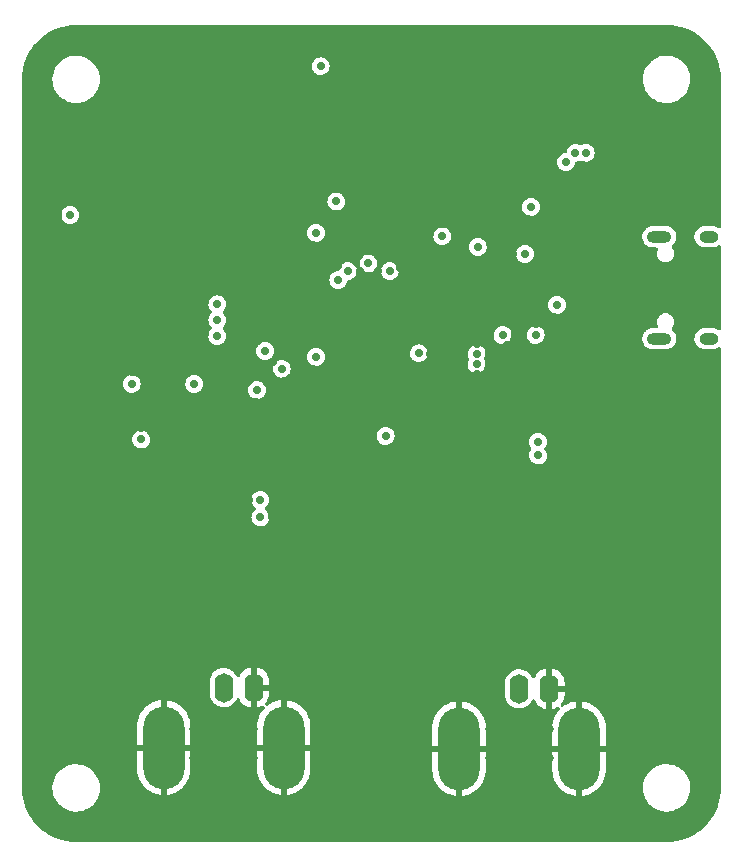
<source format=gbr>
%TF.GenerationSoftware,KiCad,Pcbnew,(6.0.4)*%
%TF.CreationDate,2022-11-12T18:53:05-06:00*%
%TF.ProjectId,Signalyzer,5369676e-616c-4797-9a65-722e6b696361,rev?*%
%TF.SameCoordinates,Original*%
%TF.FileFunction,Copper,L3,Inr*%
%TF.FilePolarity,Positive*%
%FSLAX46Y46*%
G04 Gerber Fmt 4.6, Leading zero omitted, Abs format (unit mm)*
G04 Created by KiCad (PCBNEW (6.0.4)) date 2022-11-12 18:53:05*
%MOMM*%
%LPD*%
G01*
G04 APERTURE LIST*
%TA.AperFunction,ComponentPad*%
%ADD10O,2.100000X1.000000*%
%TD*%
%TA.AperFunction,ComponentPad*%
%ADD11O,1.600000X1.000000*%
%TD*%
%TA.AperFunction,ComponentPad*%
%ADD12O,1.600000X2.500000*%
%TD*%
%TA.AperFunction,ComponentPad*%
%ADD13O,3.500000X7.000000*%
%TD*%
%TA.AperFunction,ViaPad*%
%ADD14C,0.800000*%
%TD*%
%TA.AperFunction,ViaPad*%
%ADD15C,0.700000*%
%TD*%
G04 APERTURE END LIST*
D10*
%TO.N,unconnected-(J200-PadS1)*%
%TO.C,J200*%
X165120000Y-83970000D03*
D11*
X169300000Y-75330000D03*
X169300000Y-83970000D03*
D10*
X165120000Y-75330000D03*
%TD*%
D12*
%TO.N,/DAC/OUT*%
%TO.C,J400*%
X153250000Y-113600000D03*
D13*
%TO.N,GND*%
X148170000Y-118680000D03*
D12*
X155790000Y-113600000D03*
D13*
X158330000Y-118680000D03*
%TD*%
D12*
%TO.N,/ADC/IN*%
%TO.C,J300*%
X128250000Y-113500000D03*
%TO.N,GND*%
X130790000Y-113500000D03*
D13*
X133330000Y-118580000D03*
X123170000Y-118580000D03*
%TD*%
D14*
%TO.N,GND*%
X130750000Y-92000000D03*
X133250000Y-92000000D03*
X135750000Y-92000000D03*
X138250000Y-92000000D03*
X115750000Y-94500000D03*
X115750000Y-97000000D03*
X115750000Y-99500000D03*
X145750000Y-89500000D03*
X143250000Y-89500000D03*
X140750000Y-89500000D03*
X155750000Y-97000000D03*
X155750000Y-99500000D03*
X155750000Y-102000000D03*
X165750000Y-94500000D03*
X160750000Y-94500000D03*
X160750000Y-104500000D03*
X163250000Y-104500000D03*
X165750000Y-104500000D03*
X158250000Y-104500000D03*
X158250000Y-102000000D03*
X158250000Y-99500000D03*
X158250000Y-97000000D03*
X158250000Y-94500000D03*
X158250000Y-92000000D03*
X158250000Y-89500000D03*
X160750000Y-92000000D03*
X163250000Y-92000000D03*
X165750000Y-92000000D03*
X165750000Y-89500000D03*
X163250000Y-89500000D03*
X160750000Y-89500000D03*
X160750000Y-87000000D03*
X163250000Y-87000000D03*
X165750000Y-87000000D03*
X168250000Y-87000000D03*
X168250000Y-89500000D03*
X168250000Y-92000000D03*
X168250000Y-94500000D03*
X168250000Y-97000000D03*
X168250000Y-99500000D03*
X168250000Y-102000000D03*
X168250000Y-104500000D03*
X155750000Y-77000000D03*
X158250000Y-77000000D03*
X160750000Y-74500000D03*
X158250000Y-74500000D03*
X160750000Y-69500000D03*
X160750000Y-72000000D03*
X163250000Y-72000000D03*
X165750000Y-72000000D03*
X168250000Y-72000000D03*
X168250000Y-69500000D03*
X168250000Y-67000000D03*
X165750000Y-67000000D03*
X163250000Y-67000000D03*
X160750000Y-67000000D03*
X160750000Y-64500000D03*
X158250000Y-64500000D03*
X150750000Y-64500000D03*
X148250000Y-64500000D03*
X145750000Y-64500000D03*
X143250000Y-62000000D03*
X145750000Y-62000000D03*
X148250000Y-62000000D03*
X150750000Y-62000000D03*
X153250000Y-62000000D03*
X155750000Y-62000000D03*
X158250000Y-62000000D03*
X160750000Y-62000000D03*
X160750000Y-59500000D03*
X158250000Y-59500000D03*
X143250000Y-59500000D03*
X140750000Y-59500000D03*
X138250000Y-59500000D03*
X135750000Y-62000000D03*
X138250000Y-62000000D03*
X140750000Y-64500000D03*
X138250000Y-64500000D03*
X135750000Y-64500000D03*
X123250000Y-74500000D03*
X120750000Y-74500000D03*
X118250000Y-74500000D03*
X150750000Y-102000000D03*
X150750000Y-99500000D03*
X150750000Y-97000000D03*
X150750000Y-94500000D03*
X148250000Y-94500000D03*
X148250000Y-97000000D03*
X148250000Y-99500000D03*
X148250000Y-102000000D03*
X145750000Y-99500000D03*
X145750000Y-97000000D03*
X145750000Y-94500000D03*
X135750000Y-97000000D03*
X138250000Y-94500000D03*
X135750000Y-94500000D03*
X133250000Y-94500000D03*
X130750000Y-94500000D03*
X120750000Y-84500000D03*
X118250000Y-84500000D03*
X118250000Y-82000000D03*
X115750000Y-82000000D03*
X115750000Y-84500000D03*
X115750000Y-89500000D03*
X115750000Y-92000000D03*
X115750000Y-102000000D03*
X125750000Y-109500000D03*
X135750000Y-107000000D03*
X143250000Y-109500000D03*
X145750000Y-109500000D03*
X148250000Y-109500000D03*
X150750000Y-109500000D03*
X158250000Y-109500000D03*
X160750000Y-109500000D03*
X163250000Y-109500000D03*
X165750000Y-109500000D03*
X168250000Y-109500000D03*
X168250000Y-112000000D03*
X165750000Y-112000000D03*
X165750000Y-114500000D03*
X168250000Y-114500000D03*
X168250000Y-117000000D03*
X165750000Y-117000000D03*
X163250000Y-117000000D03*
X163250000Y-114500000D03*
X163250000Y-112000000D03*
X158250000Y-112000000D03*
X148250000Y-112000000D03*
X150750000Y-112000000D03*
X150750000Y-117000000D03*
X153250000Y-117000000D03*
X155750000Y-117000000D03*
X155750000Y-119500000D03*
X153250000Y-119500000D03*
X150750000Y-119500000D03*
X150750000Y-122000000D03*
X153250000Y-122000000D03*
X155750000Y-122000000D03*
X158250000Y-124500000D03*
X155750000Y-124500000D03*
X153250000Y-124500000D03*
X150750000Y-124500000D03*
X148250000Y-124500000D03*
X140750000Y-124500000D03*
X143250000Y-124500000D03*
X143250000Y-122000000D03*
X140750000Y-122000000D03*
X140750000Y-119500000D03*
X143250000Y-119500000D03*
X143250000Y-117000000D03*
X140750000Y-117000000D03*
X140750000Y-114500000D03*
X143250000Y-114500000D03*
X143250000Y-112000000D03*
X140750000Y-112000000D03*
X133250000Y-112000000D03*
X133250000Y-109500000D03*
X135750000Y-109500000D03*
X138250000Y-112000000D03*
X138250000Y-114500000D03*
X138250000Y-117000000D03*
X138250000Y-119500000D03*
X138250000Y-122000000D03*
X138250000Y-124500000D03*
X133250000Y-124500000D03*
X123250000Y-124500000D03*
X125750000Y-124500000D03*
X128250000Y-124500000D03*
X130750000Y-124500000D03*
X130750000Y-122000000D03*
X128250000Y-122000000D03*
X125750000Y-122000000D03*
X125750000Y-119500000D03*
X128250000Y-119500000D03*
X130750000Y-119500000D03*
X130750000Y-117000000D03*
X128250000Y-117000000D03*
X125750000Y-117000000D03*
X125750000Y-112000000D03*
X123250000Y-112000000D03*
X120750000Y-109500000D03*
X123250000Y-109500000D03*
X123250000Y-107000000D03*
X120750000Y-107000000D03*
X115750000Y-104500000D03*
X118250000Y-104500000D03*
X118250000Y-107000000D03*
X115750000Y-107000000D03*
X115750000Y-109500000D03*
X118250000Y-109500000D03*
X118250000Y-112000000D03*
X115750000Y-112000000D03*
X115750000Y-114500000D03*
X118250000Y-114500000D03*
X118250000Y-117000000D03*
X115750000Y-117000000D03*
X113250000Y-117000000D03*
X113250000Y-114500000D03*
X113250000Y-112000000D03*
X113250000Y-109500000D03*
X113250000Y-107000000D03*
X113250000Y-104500000D03*
X113250000Y-102000000D03*
X113250000Y-99500000D03*
X113250000Y-97000000D03*
X113250000Y-94500000D03*
X113250000Y-92000000D03*
X113250000Y-89500000D03*
X113250000Y-87000000D03*
X113250000Y-84500000D03*
X113250000Y-82000000D03*
X113250000Y-79500000D03*
X113250000Y-77000000D03*
X113250000Y-74500000D03*
X113250000Y-72000000D03*
X113250000Y-67000000D03*
X113250000Y-69500000D03*
X115750000Y-69500000D03*
X115750000Y-67000000D03*
X118250000Y-67000000D03*
X118250000Y-69500000D03*
X120750000Y-69500000D03*
X120750000Y-67000000D03*
X125750000Y-64500000D03*
X123250000Y-64500000D03*
X120750000Y-64500000D03*
X120750000Y-62000000D03*
X125750000Y-59500000D03*
X123250000Y-59500000D03*
X120750000Y-59500000D03*
D15*
X126800000Y-87800000D03*
X145725000Y-85225000D03*
X120450000Y-86825000D03*
X114250000Y-73500000D03*
X141950000Y-91075000D03*
%TO.N,+3V3*%
X158025000Y-68225000D03*
%TO.N,GND*%
X116250000Y-87800000D03*
X143050000Y-82300000D03*
%TO.N,+3V3*%
X144750000Y-85200000D03*
X136050000Y-85500000D03*
X131750000Y-85000000D03*
X149750000Y-76200000D03*
X146750000Y-75300000D03*
%TO.N,+5V*%
X141950000Y-92200000D03*
X120450000Y-87800000D03*
%TO.N,+3V3*%
X125750000Y-87800000D03*
X115250000Y-73500000D03*
%TO.N,GND*%
X137950000Y-77800000D03*
%TO.N,/MCU/NRST*%
X137950000Y-79000000D03*
X136050000Y-75000000D03*
%TO.N,GND*%
X158450000Y-67100000D03*
%TO.N,+3V3*%
X136450000Y-60900000D03*
X137775000Y-72350000D03*
X158900000Y-68225000D03*
%TO.N,GND*%
X164025000Y-69875000D03*
X152750000Y-76800000D03*
X155450000Y-80700000D03*
%TO.N,+5V*%
X153750000Y-76800000D03*
X156450000Y-81100000D03*
%TO.N,GND*%
X154250000Y-73900000D03*
X157150000Y-70100000D03*
%TO.N,+3V3*%
X157225000Y-69025000D03*
X154250000Y-72800000D03*
%TO.N,GND*%
X155850000Y-70800000D03*
X154950000Y-70800000D03*
X152350000Y-69000000D03*
X151250000Y-69000000D03*
X148850000Y-70900000D03*
X149150000Y-71700000D03*
X130950000Y-89350000D03*
X130350000Y-97600000D03*
X118550000Y-100250000D03*
X155850000Y-93250000D03*
X149681250Y-105450000D03*
X153100000Y-96250000D03*
X162100000Y-79200000D03*
X129550000Y-109700000D03*
X132150000Y-67350000D03*
X165450000Y-86000000D03*
X124250000Y-95450000D03*
X143450000Y-77100000D03*
X123950000Y-90900000D03*
X126450000Y-70350000D03*
X134200000Y-75000000D03*
X150750000Y-88300000D03*
X133150000Y-100800000D03*
X155200000Y-105450000D03*
X161479788Y-77235020D03*
X131100000Y-58100000D03*
X126750000Y-81700000D03*
X141300000Y-78250000D03*
X132450000Y-85900000D03*
X129850000Y-58100000D03*
X127300000Y-58100000D03*
X125450000Y-107200000D03*
X152250000Y-84500000D03*
X157450000Y-86250000D03*
X128550000Y-67350000D03*
X155300000Y-109400000D03*
X163300000Y-83700000D03*
X125100000Y-67350000D03*
X121250000Y-91500000D03*
X139162500Y-96937500D03*
X140900000Y-72600000D03*
X121750000Y-103450000D03*
X135550000Y-67350000D03*
X163250000Y-75600000D03*
X138262500Y-96937500D03*
X126750000Y-80400000D03*
X126750000Y-83100000D03*
X149650000Y-86949503D03*
X154750000Y-97400000D03*
X142750000Y-104500000D03*
X165500000Y-73250000D03*
X162950000Y-82900000D03*
X149650006Y-84398352D03*
X129350000Y-77250000D03*
X137362500Y-97837500D03*
X129400000Y-102700000D03*
X132250000Y-79800000D03*
X139750000Y-78250000D03*
X134100000Y-79800000D03*
X126800000Y-74350000D03*
X159450000Y-86250000D03*
X139162500Y-97837500D03*
X138500000Y-76600000D03*
X122750000Y-95000000D03*
X138262500Y-97837500D03*
X150400000Y-93150000D03*
X154650000Y-82700000D03*
X123300000Y-102750000D03*
X130400000Y-105900000D03*
X137362500Y-96937500D03*
X117200000Y-74800000D03*
X162900000Y-76400000D03*
X138550000Y-104500000D03*
X134850000Y-59700000D03*
X132250000Y-106000000D03*
X138350000Y-107150000D03*
X118550000Y-99400000D03*
X124250000Y-94600000D03*
X153731250Y-100700000D03*
X127500000Y-98450000D03*
X154050000Y-105450000D03*
X132350000Y-99100000D03*
X143200000Y-78000000D03*
X128400000Y-97200000D03*
%TO.N,+3.3VA*%
X131350000Y-97600000D03*
X131350000Y-99100000D03*
X121250000Y-92500000D03*
%TO.N,SPI2_NSS*%
X151850000Y-83650000D03*
X154650000Y-83650000D03*
%TO.N,SPI1_NSS*%
X131075000Y-88325000D03*
X133150000Y-86500000D03*
%TO.N,/MCU/TIM4_CH3*%
X127700000Y-81050000D03*
X138750000Y-78250000D03*
%TO.N,/MCU/TIM4_CH1*%
X142300000Y-78250000D03*
X127700000Y-83750000D03*
%TO.N,/MCU/TIM4_CH2*%
X140500000Y-77600000D03*
X127700000Y-82400000D03*
%TO.N,DAC_NCLR*%
X154850000Y-93850000D03*
X149650000Y-86100000D03*
%TO.N,DAC_NLDAC*%
X154850000Y-92700000D03*
X149647009Y-85247849D03*
%TD*%
%TA.AperFunction,Conductor*%
%TO.N,GND*%
G36*
X165730059Y-57402334D02*
G01*
X165750000Y-57405492D01*
X165761580Y-57403658D01*
X165764605Y-57403658D01*
X165789694Y-57402233D01*
X166144380Y-57417719D01*
X166157317Y-57418850D01*
X166498302Y-57463743D01*
X166542246Y-57469528D01*
X166555046Y-57471785D01*
X166934086Y-57555816D01*
X166946635Y-57559178D01*
X167316923Y-57675929D01*
X167329129Y-57680372D01*
X167687817Y-57828945D01*
X167699598Y-57834439D01*
X168043986Y-58013717D01*
X168055243Y-58020216D01*
X168382672Y-58228811D01*
X168393320Y-58236267D01*
X168701348Y-58472626D01*
X168711303Y-58480979D01*
X168997557Y-58743281D01*
X169006719Y-58752443D01*
X169269020Y-59038695D01*
X169277374Y-59048652D01*
X169513733Y-59356680D01*
X169521189Y-59367328D01*
X169729784Y-59694757D01*
X169736283Y-59706014D01*
X169915561Y-60050402D01*
X169921054Y-60062181D01*
X170023988Y-60310685D01*
X170069626Y-60420866D01*
X170074071Y-60433077D01*
X170166384Y-60725856D01*
X170190821Y-60803361D01*
X170194184Y-60815914D01*
X170212325Y-60897741D01*
X170278215Y-61194954D01*
X170280472Y-61207754D01*
X170328707Y-61574125D01*
X170331149Y-61592676D01*
X170332281Y-61605620D01*
X170333663Y-61637250D01*
X170347767Y-61960302D01*
X170346342Y-61985395D01*
X170346342Y-61988420D01*
X170344508Y-62000000D01*
X170346342Y-62011579D01*
X170347666Y-62019938D01*
X170349500Y-62043247D01*
X170349500Y-74464840D01*
X170329538Y-74539340D01*
X170275000Y-74593878D01*
X170200500Y-74613840D01*
X170126000Y-74593878D01*
X170040940Y-74544769D01*
X169968284Y-74502821D01*
X169788256Y-74444326D01*
X169780489Y-74443510D01*
X169780486Y-74443509D01*
X169710884Y-74436194D01*
X169647192Y-74429500D01*
X168952808Y-74429500D01*
X168889116Y-74436194D01*
X168819514Y-74443509D01*
X168819511Y-74443510D01*
X168811744Y-74444326D01*
X168631716Y-74502821D01*
X168570883Y-74537943D01*
X168474547Y-74593562D01*
X168474544Y-74593564D01*
X168467784Y-74597467D01*
X168461984Y-74602689D01*
X168461979Y-74602693D01*
X168401456Y-74657189D01*
X168327112Y-74724129D01*
X168215849Y-74877270D01*
X168138856Y-75050197D01*
X168137233Y-75057833D01*
X168137232Y-75057836D01*
X168119564Y-75140960D01*
X168099500Y-75235354D01*
X168099500Y-75424646D01*
X168101124Y-75432286D01*
X168101124Y-75432287D01*
X168137108Y-75601578D01*
X168138856Y-75609803D01*
X168215849Y-75782730D01*
X168220438Y-75789046D01*
X168280720Y-75872017D01*
X168327112Y-75935871D01*
X168372824Y-75977030D01*
X168461979Y-76057307D01*
X168461984Y-76057311D01*
X168467784Y-76062533D01*
X168474544Y-76066436D01*
X168474547Y-76066438D01*
X168537244Y-76102635D01*
X168631716Y-76157179D01*
X168705626Y-76181194D01*
X168798609Y-76211406D01*
X168811744Y-76215674D01*
X168819511Y-76216490D01*
X168819514Y-76216491D01*
X168889116Y-76223806D01*
X168952808Y-76230500D01*
X169647192Y-76230500D01*
X169710884Y-76223806D01*
X169780486Y-76216491D01*
X169780489Y-76216490D01*
X169788256Y-76215674D01*
X169801392Y-76211406D01*
X169894374Y-76181194D01*
X169968284Y-76157179D01*
X170085675Y-76089403D01*
X170126000Y-76066122D01*
X170200500Y-76046160D01*
X170275000Y-76066122D01*
X170329538Y-76120660D01*
X170349500Y-76195160D01*
X170349500Y-83104840D01*
X170329538Y-83179340D01*
X170275000Y-83233878D01*
X170200500Y-83253840D01*
X170126000Y-83233878D01*
X170085675Y-83210597D01*
X169968284Y-83142821D01*
X169788256Y-83084326D01*
X169780489Y-83083510D01*
X169780486Y-83083509D01*
X169706135Y-83075695D01*
X169647192Y-83069500D01*
X168952808Y-83069500D01*
X168893865Y-83075695D01*
X168819514Y-83083509D01*
X168819511Y-83083510D01*
X168811744Y-83084326D01*
X168631716Y-83142821D01*
X168556872Y-83186032D01*
X168474547Y-83233562D01*
X168474544Y-83233564D01*
X168467784Y-83237467D01*
X168461984Y-83242689D01*
X168461979Y-83242693D01*
X168419570Y-83280879D01*
X168327112Y-83364129D01*
X168322521Y-83370447D01*
X168322520Y-83370449D01*
X168278140Y-83431534D01*
X168215849Y-83517270D01*
X168138856Y-83690197D01*
X168137233Y-83697833D01*
X168137232Y-83697836D01*
X168112345Y-83814923D01*
X168099500Y-83875354D01*
X168099500Y-84064646D01*
X168101124Y-84072286D01*
X168101124Y-84072287D01*
X168133783Y-84225934D01*
X168138856Y-84249803D01*
X168215849Y-84422730D01*
X168226793Y-84437793D01*
X168294424Y-84530879D01*
X168327112Y-84575871D01*
X168359303Y-84604856D01*
X168461979Y-84697307D01*
X168461984Y-84697311D01*
X168467784Y-84702533D01*
X168474544Y-84706436D01*
X168474547Y-84706438D01*
X168506646Y-84724970D01*
X168631716Y-84797179D01*
X168811744Y-84855674D01*
X168819511Y-84856490D01*
X168819514Y-84856491D01*
X168889116Y-84863806D01*
X168952808Y-84870500D01*
X169647192Y-84870500D01*
X169710884Y-84863806D01*
X169780486Y-84856491D01*
X169780489Y-84856490D01*
X169788256Y-84855674D01*
X169968284Y-84797179D01*
X170107448Y-84716833D01*
X170126000Y-84706122D01*
X170200500Y-84686160D01*
X170275000Y-84706122D01*
X170329538Y-84760660D01*
X170349500Y-84835160D01*
X170349500Y-121956753D01*
X170347666Y-121980059D01*
X170344508Y-122000000D01*
X170346342Y-122011580D01*
X170346342Y-122014605D01*
X170347767Y-122039694D01*
X170333791Y-122359808D01*
X170332282Y-122394374D01*
X170331150Y-122407317D01*
X170302580Y-122624322D01*
X170280472Y-122792246D01*
X170278215Y-122805046D01*
X170194185Y-123184083D01*
X170190822Y-123196635D01*
X170099373Y-123486676D01*
X170074072Y-123566919D01*
X170069626Y-123579134D01*
X169921055Y-123937817D01*
X169915561Y-123949598D01*
X169736283Y-124293986D01*
X169729784Y-124305243D01*
X169521189Y-124632672D01*
X169513733Y-124643320D01*
X169277374Y-124951348D01*
X169269021Y-124961303D01*
X169006719Y-125247557D01*
X168997557Y-125256719D01*
X168711305Y-125519020D01*
X168701348Y-125527374D01*
X168393320Y-125763733D01*
X168382672Y-125771189D01*
X168055243Y-125979784D01*
X168043986Y-125986283D01*
X167699598Y-126165561D01*
X167687819Y-126171054D01*
X167329129Y-126319628D01*
X167316923Y-126324071D01*
X166946635Y-126440822D01*
X166934086Y-126444184D01*
X166609089Y-126516234D01*
X166555046Y-126528215D01*
X166542245Y-126530472D01*
X166157317Y-126581150D01*
X166144380Y-126582281D01*
X165789694Y-126597767D01*
X165764605Y-126596342D01*
X165761580Y-126596342D01*
X165750000Y-126594508D01*
X165730059Y-126597666D01*
X165706753Y-126599500D01*
X115793247Y-126599500D01*
X115769941Y-126597666D01*
X115750000Y-126594508D01*
X115738420Y-126596342D01*
X115735395Y-126596342D01*
X115710306Y-126597767D01*
X115355620Y-126582281D01*
X115342683Y-126581150D01*
X114957755Y-126530472D01*
X114944954Y-126528215D01*
X114890911Y-126516234D01*
X114565914Y-126444184D01*
X114553365Y-126440822D01*
X114183077Y-126324071D01*
X114170871Y-126319628D01*
X113812181Y-126171054D01*
X113800402Y-126165561D01*
X113456014Y-125986283D01*
X113444757Y-125979784D01*
X113117328Y-125771189D01*
X113106680Y-125763733D01*
X112798652Y-125527374D01*
X112788695Y-125519020D01*
X112502443Y-125256719D01*
X112493281Y-125247557D01*
X112230979Y-124961303D01*
X112222626Y-124951348D01*
X111986267Y-124643320D01*
X111978811Y-124632672D01*
X111770216Y-124305243D01*
X111763717Y-124293986D01*
X111584439Y-123949598D01*
X111578945Y-123937817D01*
X111430374Y-123579134D01*
X111425928Y-123566919D01*
X111400628Y-123486676D01*
X111309178Y-123196635D01*
X111305815Y-123184083D01*
X111221785Y-122805046D01*
X111219528Y-122792246D01*
X111197420Y-122624322D01*
X111168850Y-122407317D01*
X111167718Y-122394374D01*
X111166209Y-122359808D01*
X111152233Y-122039694D01*
X111153658Y-122014605D01*
X111153658Y-122011580D01*
X111155492Y-122000000D01*
X111152334Y-121980059D01*
X111151424Y-121968497D01*
X113744637Y-121968497D01*
X113760205Y-122251370D01*
X113761233Y-122256538D01*
X113810070Y-122502056D01*
X113815474Y-122529226D01*
X113817222Y-122534204D01*
X113817223Y-122534207D01*
X113828638Y-122566712D01*
X113909342Y-122796524D01*
X113911764Y-122801187D01*
X113911766Y-122801191D01*
X114037510Y-123043259D01*
X114037514Y-123043266D01*
X114039936Y-123047928D01*
X114204651Y-123278424D01*
X114208281Y-123282230D01*
X114208285Y-123282234D01*
X114327701Y-123407414D01*
X114400199Y-123483412D01*
X114622680Y-123658801D01*
X114682235Y-123693393D01*
X114863096Y-123798446D01*
X114863101Y-123798449D01*
X114867654Y-123801093D01*
X115130232Y-123907448D01*
X115252489Y-123937817D01*
X115400055Y-123974473D01*
X115400059Y-123974474D01*
X115405177Y-123975745D01*
X115410418Y-123976282D01*
X115410424Y-123976283D01*
X115643003Y-124000112D01*
X115646790Y-124000500D01*
X115822170Y-124000500D01*
X116032593Y-123985601D01*
X116309547Y-123925975D01*
X116575337Y-123827920D01*
X116579967Y-123825422D01*
X116579971Y-123825420D01*
X116820029Y-123695892D01*
X116820032Y-123695890D01*
X116824660Y-123693393D01*
X117052540Y-123525078D01*
X117056289Y-123521387D01*
X117056293Y-123521384D01*
X117152045Y-123427123D01*
X117254430Y-123326334D01*
X117353411Y-123196639D01*
X117423107Y-123105315D01*
X117426304Y-123101126D01*
X117564730Y-122853947D01*
X117666948Y-122589730D01*
X117730918Y-122313747D01*
X117731452Y-122307591D01*
X117754908Y-122036760D01*
X117754908Y-122036756D01*
X117755363Y-122031503D01*
X117739795Y-121748630D01*
X117728431Y-121691501D01*
X117685556Y-121475950D01*
X117685554Y-121475944D01*
X117684526Y-121470774D01*
X117590658Y-121203476D01*
X117563381Y-121150965D01*
X117462490Y-120956741D01*
X117462486Y-120956734D01*
X117460064Y-120952072D01*
X117295349Y-120721576D01*
X117291719Y-120717770D01*
X117291715Y-120717766D01*
X117172299Y-120592586D01*
X117099801Y-120516588D01*
X117083343Y-120503613D01*
X116956492Y-120403613D01*
X120912000Y-120403613D01*
X120912165Y-120408568D01*
X120926498Y-120624367D01*
X120927804Y-120634152D01*
X120985139Y-120918500D01*
X120987726Y-120928024D01*
X121082162Y-121202287D01*
X121085989Y-121211393D01*
X121215871Y-121470761D01*
X121220865Y-121479273D01*
X121383909Y-121719184D01*
X121389985Y-121726961D01*
X121583328Y-121943204D01*
X121590380Y-121950110D01*
X121810620Y-122138878D01*
X121818524Y-122144791D01*
X122061801Y-122302778D01*
X122070413Y-122307591D01*
X122332447Y-122432013D01*
X122341623Y-122435646D01*
X122617815Y-122524322D01*
X122627381Y-122526707D01*
X122896695Y-122575163D01*
X122912654Y-122573823D01*
X122916000Y-122566712D01*
X122916000Y-122554866D01*
X123424000Y-122554866D01*
X123428145Y-122570337D01*
X123438788Y-122573188D01*
X123511298Y-122566844D01*
X123521030Y-122565338D01*
X123804135Y-122502056D01*
X123813587Y-122499274D01*
X124085835Y-122399107D01*
X124094837Y-122395099D01*
X124351438Y-122259808D01*
X124359833Y-122254644D01*
X124596295Y-122086599D01*
X124603922Y-122080378D01*
X124816080Y-121882538D01*
X124822835Y-121875345D01*
X125006954Y-121651195D01*
X125012696Y-121643175D01*
X125165554Y-121396639D01*
X125170182Y-121387935D01*
X125289098Y-121123336D01*
X125292530Y-121114109D01*
X125375404Y-120836112D01*
X125377589Y-120826497D01*
X125423090Y-120539208D01*
X125423928Y-120530958D01*
X125427924Y-120442978D01*
X125428000Y-120439602D01*
X125428000Y-120403613D01*
X131072000Y-120403613D01*
X131072165Y-120408568D01*
X131086498Y-120624367D01*
X131087804Y-120634152D01*
X131145139Y-120918500D01*
X131147726Y-120928024D01*
X131242162Y-121202287D01*
X131245989Y-121211393D01*
X131375871Y-121470761D01*
X131380865Y-121479273D01*
X131543909Y-121719184D01*
X131549985Y-121726961D01*
X131743328Y-121943204D01*
X131750380Y-121950110D01*
X131970620Y-122138878D01*
X131978524Y-122144791D01*
X132221801Y-122302778D01*
X132230413Y-122307591D01*
X132492447Y-122432013D01*
X132501623Y-122435646D01*
X132777815Y-122524322D01*
X132787381Y-122526707D01*
X133056695Y-122575163D01*
X133072654Y-122573823D01*
X133076000Y-122566712D01*
X133076000Y-122554866D01*
X133584000Y-122554866D01*
X133588145Y-122570337D01*
X133598788Y-122573188D01*
X133671298Y-122566844D01*
X133681030Y-122565338D01*
X133964135Y-122502056D01*
X133973587Y-122499274D01*
X134245835Y-122399107D01*
X134254837Y-122395099D01*
X134511438Y-122259808D01*
X134519833Y-122254644D01*
X134756295Y-122086599D01*
X134763922Y-122080378D01*
X134976080Y-121882538D01*
X134982835Y-121875345D01*
X135166954Y-121651195D01*
X135172696Y-121643175D01*
X135325554Y-121396639D01*
X135330182Y-121387935D01*
X135449098Y-121123336D01*
X135452530Y-121114109D01*
X135535404Y-120836112D01*
X135537589Y-120826497D01*
X135583090Y-120539208D01*
X135583928Y-120530958D01*
X135585170Y-120503613D01*
X145912000Y-120503613D01*
X145912165Y-120508568D01*
X145926498Y-120724367D01*
X145927804Y-120734152D01*
X145985139Y-121018500D01*
X145987726Y-121028024D01*
X146082162Y-121302287D01*
X146085989Y-121311393D01*
X146215871Y-121570761D01*
X146220865Y-121579273D01*
X146383909Y-121819184D01*
X146389985Y-121826961D01*
X146583328Y-122043204D01*
X146590380Y-122050110D01*
X146810620Y-122238878D01*
X146818524Y-122244791D01*
X147061801Y-122402778D01*
X147070413Y-122407591D01*
X147332447Y-122532013D01*
X147341623Y-122535646D01*
X147617815Y-122624322D01*
X147627381Y-122626707D01*
X147896695Y-122675163D01*
X147912654Y-122673823D01*
X147916000Y-122666712D01*
X147916000Y-122654866D01*
X148424000Y-122654866D01*
X148428145Y-122670337D01*
X148438788Y-122673188D01*
X148511298Y-122666844D01*
X148521030Y-122665338D01*
X148804135Y-122602056D01*
X148813587Y-122599274D01*
X149085835Y-122499107D01*
X149094837Y-122495099D01*
X149351438Y-122359808D01*
X149359833Y-122354644D01*
X149596295Y-122186599D01*
X149603922Y-122180378D01*
X149816080Y-121982538D01*
X149822835Y-121975345D01*
X150006954Y-121751195D01*
X150012696Y-121743175D01*
X150165554Y-121496639D01*
X150170182Y-121487935D01*
X150289098Y-121223336D01*
X150292530Y-121214109D01*
X150375404Y-120936112D01*
X150377589Y-120926497D01*
X150423090Y-120639208D01*
X150423928Y-120630958D01*
X150427924Y-120542978D01*
X150428000Y-120539602D01*
X150428000Y-120503613D01*
X156072000Y-120503613D01*
X156072165Y-120508568D01*
X156086498Y-120724367D01*
X156087804Y-120734152D01*
X156145139Y-121018500D01*
X156147726Y-121028024D01*
X156242162Y-121302287D01*
X156245989Y-121311393D01*
X156375871Y-121570761D01*
X156380865Y-121579273D01*
X156543909Y-121819184D01*
X156549985Y-121826961D01*
X156743328Y-122043204D01*
X156750380Y-122050110D01*
X156970620Y-122238878D01*
X156978524Y-122244791D01*
X157221801Y-122402778D01*
X157230413Y-122407591D01*
X157492447Y-122532013D01*
X157501623Y-122535646D01*
X157777815Y-122624322D01*
X157787381Y-122626707D01*
X158056695Y-122675163D01*
X158072654Y-122673823D01*
X158076000Y-122666712D01*
X158076000Y-122654866D01*
X158584000Y-122654866D01*
X158588145Y-122670337D01*
X158598788Y-122673188D01*
X158671298Y-122666844D01*
X158681030Y-122665338D01*
X158964135Y-122602056D01*
X158973587Y-122599274D01*
X159245835Y-122499107D01*
X159254837Y-122495099D01*
X159511438Y-122359808D01*
X159519833Y-122354644D01*
X159756295Y-122186599D01*
X159763922Y-122180378D01*
X159976080Y-121982538D01*
X159982835Y-121975345D01*
X159988460Y-121968497D01*
X163744637Y-121968497D01*
X163760205Y-122251370D01*
X163761233Y-122256538D01*
X163810070Y-122502056D01*
X163815474Y-122529226D01*
X163817222Y-122534204D01*
X163817223Y-122534207D01*
X163828638Y-122566712D01*
X163909342Y-122796524D01*
X163911764Y-122801187D01*
X163911766Y-122801191D01*
X164037510Y-123043259D01*
X164037514Y-123043266D01*
X164039936Y-123047928D01*
X164204651Y-123278424D01*
X164208281Y-123282230D01*
X164208285Y-123282234D01*
X164327701Y-123407414D01*
X164400199Y-123483412D01*
X164622680Y-123658801D01*
X164682235Y-123693393D01*
X164863096Y-123798446D01*
X164863101Y-123798449D01*
X164867654Y-123801093D01*
X165130232Y-123907448D01*
X165252489Y-123937817D01*
X165400055Y-123974473D01*
X165400059Y-123974474D01*
X165405177Y-123975745D01*
X165410418Y-123976282D01*
X165410424Y-123976283D01*
X165643003Y-124000112D01*
X165646790Y-124000500D01*
X165822170Y-124000500D01*
X166032593Y-123985601D01*
X166309547Y-123925975D01*
X166575337Y-123827920D01*
X166579967Y-123825422D01*
X166579971Y-123825420D01*
X166820029Y-123695892D01*
X166820032Y-123695890D01*
X166824660Y-123693393D01*
X167052540Y-123525078D01*
X167056289Y-123521387D01*
X167056293Y-123521384D01*
X167152045Y-123427123D01*
X167254430Y-123326334D01*
X167353411Y-123196639D01*
X167423107Y-123105315D01*
X167426304Y-123101126D01*
X167564730Y-122853947D01*
X167666948Y-122589730D01*
X167730918Y-122313747D01*
X167731452Y-122307591D01*
X167754908Y-122036760D01*
X167754908Y-122036756D01*
X167755363Y-122031503D01*
X167739795Y-121748630D01*
X167728431Y-121691501D01*
X167685556Y-121475950D01*
X167685554Y-121475944D01*
X167684526Y-121470774D01*
X167590658Y-121203476D01*
X167563381Y-121150965D01*
X167462490Y-120956741D01*
X167462486Y-120956734D01*
X167460064Y-120952072D01*
X167295349Y-120721576D01*
X167291719Y-120717770D01*
X167291715Y-120717766D01*
X167172299Y-120592586D01*
X167099801Y-120516588D01*
X167083343Y-120503613D01*
X166881464Y-120344466D01*
X166877320Y-120341199D01*
X166747439Y-120265758D01*
X166636904Y-120201554D01*
X166636899Y-120201551D01*
X166632346Y-120198907D01*
X166369768Y-120092552D01*
X166229685Y-120057755D01*
X166099945Y-120025527D01*
X166099941Y-120025526D01*
X166094823Y-120024255D01*
X166089582Y-120023718D01*
X166089576Y-120023717D01*
X165856997Y-119999888D01*
X165853210Y-119999500D01*
X165677830Y-119999500D01*
X165467407Y-120014399D01*
X165190453Y-120074025D01*
X164924663Y-120172080D01*
X164920033Y-120174578D01*
X164920029Y-120174580D01*
X164679971Y-120304108D01*
X164675340Y-120306607D01*
X164671109Y-120309732D01*
X164671106Y-120309734D01*
X164537296Y-120408568D01*
X164447460Y-120474922D01*
X164443711Y-120478613D01*
X164443707Y-120478616D01*
X164413281Y-120508568D01*
X164245570Y-120673666D01*
X164073696Y-120898874D01*
X163935270Y-121146053D01*
X163833052Y-121410270D01*
X163769082Y-121686253D01*
X163768628Y-121691494D01*
X163768627Y-121691501D01*
X163746229Y-121950110D01*
X163744637Y-121968497D01*
X159988460Y-121968497D01*
X160166954Y-121751195D01*
X160172696Y-121743175D01*
X160325554Y-121496639D01*
X160330182Y-121487935D01*
X160449098Y-121223336D01*
X160452530Y-121214109D01*
X160535404Y-120936112D01*
X160537589Y-120926497D01*
X160583090Y-120639208D01*
X160583928Y-120630958D01*
X160587924Y-120542978D01*
X160588000Y-120539602D01*
X160588000Y-118953616D01*
X160583855Y-118938145D01*
X160568384Y-118934000D01*
X158603616Y-118934000D01*
X158588145Y-118938145D01*
X158584000Y-118953616D01*
X158584000Y-122654866D01*
X158076000Y-122654866D01*
X158076000Y-118953616D01*
X158071855Y-118938145D01*
X158056384Y-118934000D01*
X156091616Y-118934000D01*
X156076145Y-118938145D01*
X156072000Y-118953616D01*
X156072000Y-120503613D01*
X150428000Y-120503613D01*
X150428000Y-118953616D01*
X150423855Y-118938145D01*
X150408384Y-118934000D01*
X148443616Y-118934000D01*
X148428145Y-118938145D01*
X148424000Y-118953616D01*
X148424000Y-122654866D01*
X147916000Y-122654866D01*
X147916000Y-118953616D01*
X147911855Y-118938145D01*
X147896384Y-118934000D01*
X145931616Y-118934000D01*
X145916145Y-118938145D01*
X145912000Y-118953616D01*
X145912000Y-120503613D01*
X135585170Y-120503613D01*
X135587924Y-120442978D01*
X135588000Y-120439602D01*
X135588000Y-118853616D01*
X135583855Y-118838145D01*
X135568384Y-118834000D01*
X133603616Y-118834000D01*
X133588145Y-118838145D01*
X133584000Y-118853616D01*
X133584000Y-122554866D01*
X133076000Y-122554866D01*
X133076000Y-118853616D01*
X133071855Y-118838145D01*
X133056384Y-118834000D01*
X131091616Y-118834000D01*
X131076145Y-118838145D01*
X131072000Y-118853616D01*
X131072000Y-120403613D01*
X125428000Y-120403613D01*
X125428000Y-118853616D01*
X125423855Y-118838145D01*
X125408384Y-118834000D01*
X123443616Y-118834000D01*
X123428145Y-118838145D01*
X123424000Y-118853616D01*
X123424000Y-122554866D01*
X122916000Y-122554866D01*
X122916000Y-118853616D01*
X122911855Y-118838145D01*
X122896384Y-118834000D01*
X120931616Y-118834000D01*
X120916145Y-118838145D01*
X120912000Y-118853616D01*
X120912000Y-120403613D01*
X116956492Y-120403613D01*
X116881464Y-120344466D01*
X116877320Y-120341199D01*
X116747439Y-120265758D01*
X116636904Y-120201554D01*
X116636899Y-120201551D01*
X116632346Y-120198907D01*
X116369768Y-120092552D01*
X116229685Y-120057755D01*
X116099945Y-120025527D01*
X116099941Y-120025526D01*
X116094823Y-120024255D01*
X116089582Y-120023718D01*
X116089576Y-120023717D01*
X115856997Y-119999888D01*
X115853210Y-119999500D01*
X115677830Y-119999500D01*
X115467407Y-120014399D01*
X115190453Y-120074025D01*
X114924663Y-120172080D01*
X114920033Y-120174578D01*
X114920029Y-120174580D01*
X114679971Y-120304108D01*
X114675340Y-120306607D01*
X114671109Y-120309732D01*
X114671106Y-120309734D01*
X114537296Y-120408568D01*
X114447460Y-120474922D01*
X114443711Y-120478613D01*
X114443707Y-120478616D01*
X114413281Y-120508568D01*
X114245570Y-120673666D01*
X114073696Y-120898874D01*
X113935270Y-121146053D01*
X113833052Y-121410270D01*
X113769082Y-121686253D01*
X113768628Y-121691494D01*
X113768627Y-121691501D01*
X113746229Y-121950110D01*
X113744637Y-121968497D01*
X111151424Y-121968497D01*
X111150500Y-121956753D01*
X111150500Y-118406384D01*
X145912000Y-118406384D01*
X145916145Y-118421855D01*
X145931616Y-118426000D01*
X147896384Y-118426000D01*
X147911855Y-118421855D01*
X147916000Y-118406384D01*
X148424000Y-118406384D01*
X148428145Y-118421855D01*
X148443616Y-118426000D01*
X150408384Y-118426000D01*
X150423855Y-118421855D01*
X150428000Y-118406384D01*
X150428000Y-116856387D01*
X150427835Y-116851432D01*
X150413502Y-116635633D01*
X150412196Y-116625848D01*
X150354861Y-116341500D01*
X150352274Y-116331976D01*
X150257838Y-116057713D01*
X150254011Y-116048607D01*
X150124129Y-115789239D01*
X150119135Y-115780727D01*
X149956091Y-115540816D01*
X149950015Y-115533039D01*
X149756672Y-115316796D01*
X149749620Y-115309890D01*
X149529380Y-115121122D01*
X149521476Y-115115209D01*
X149278199Y-114957222D01*
X149269587Y-114952409D01*
X149007553Y-114827987D01*
X148998377Y-114824354D01*
X148722185Y-114735678D01*
X148712619Y-114733293D01*
X148443305Y-114684837D01*
X148427346Y-114686177D01*
X148424000Y-114693288D01*
X148424000Y-118406384D01*
X147916000Y-118406384D01*
X147916000Y-114705134D01*
X147911855Y-114689663D01*
X147901212Y-114686812D01*
X147828702Y-114693156D01*
X147818970Y-114694662D01*
X147535865Y-114757944D01*
X147526413Y-114760726D01*
X147254165Y-114860893D01*
X147245163Y-114864901D01*
X146988562Y-115000192D01*
X146980167Y-115005356D01*
X146743705Y-115173401D01*
X146736078Y-115179622D01*
X146523920Y-115377462D01*
X146517165Y-115384655D01*
X146333046Y-115608805D01*
X146327304Y-115616825D01*
X146174446Y-115863361D01*
X146169818Y-115872065D01*
X146050902Y-116136664D01*
X146047470Y-116145891D01*
X145964596Y-116423888D01*
X145962411Y-116433503D01*
X145916910Y-116720792D01*
X145916072Y-116729042D01*
X145912076Y-116817022D01*
X145912000Y-116820398D01*
X145912000Y-118406384D01*
X111150500Y-118406384D01*
X111150500Y-118306384D01*
X120912000Y-118306384D01*
X120916145Y-118321855D01*
X120931616Y-118326000D01*
X122896384Y-118326000D01*
X122911855Y-118321855D01*
X122916000Y-118306384D01*
X123424000Y-118306384D01*
X123428145Y-118321855D01*
X123443616Y-118326000D01*
X125408384Y-118326000D01*
X125423855Y-118321855D01*
X125428000Y-118306384D01*
X125428000Y-116756387D01*
X125427835Y-116751432D01*
X125413502Y-116535633D01*
X125412196Y-116525848D01*
X125354861Y-116241500D01*
X125352274Y-116231976D01*
X125257838Y-115957713D01*
X125254011Y-115948607D01*
X125124129Y-115689239D01*
X125119135Y-115680727D01*
X124956091Y-115440816D01*
X124950015Y-115433039D01*
X124756672Y-115216796D01*
X124749620Y-115209890D01*
X124529380Y-115021122D01*
X124521476Y-115015209D01*
X124278199Y-114857222D01*
X124269587Y-114852409D01*
X124007553Y-114727987D01*
X123998377Y-114724354D01*
X123722185Y-114635678D01*
X123712619Y-114633293D01*
X123443305Y-114584837D01*
X123427346Y-114586177D01*
X123424000Y-114593288D01*
X123424000Y-118306384D01*
X122916000Y-118306384D01*
X122916000Y-114605134D01*
X122911855Y-114589663D01*
X122901212Y-114586812D01*
X122828702Y-114593156D01*
X122818970Y-114594662D01*
X122535865Y-114657944D01*
X122526413Y-114660726D01*
X122254165Y-114760893D01*
X122245163Y-114764901D01*
X121988562Y-114900192D01*
X121980167Y-114905356D01*
X121743705Y-115073401D01*
X121736078Y-115079622D01*
X121523920Y-115277462D01*
X121517165Y-115284655D01*
X121333046Y-115508805D01*
X121327304Y-115516825D01*
X121174446Y-115763361D01*
X121169818Y-115772065D01*
X121050902Y-116036664D01*
X121047470Y-116045891D01*
X120964596Y-116323888D01*
X120962411Y-116333503D01*
X120916910Y-116620792D01*
X120916072Y-116629042D01*
X120912076Y-116717022D01*
X120912000Y-116720398D01*
X120912000Y-118306384D01*
X111150500Y-118306384D01*
X111150500Y-114005970D01*
X127049500Y-114005970D01*
X127064546Y-114169711D01*
X127124435Y-114382064D01*
X127127457Y-114388193D01*
X127127459Y-114388197D01*
X127190116Y-114515253D01*
X127222020Y-114579947D01*
X127354033Y-114756733D01*
X127359050Y-114761371D01*
X127359053Y-114761374D01*
X127509226Y-114900192D01*
X127516051Y-114906501D01*
X127521829Y-114910146D01*
X127521832Y-114910149D01*
X127667186Y-115001860D01*
X127702650Y-115024236D01*
X127907579Y-115105994D01*
X127938779Y-115112200D01*
X128117273Y-115147705D01*
X128117276Y-115147705D01*
X128123976Y-115149038D01*
X128235736Y-115150501D01*
X128337760Y-115151837D01*
X128337765Y-115151837D01*
X128344594Y-115151926D01*
X128351327Y-115150769D01*
X128351328Y-115150769D01*
X128555315Y-115115718D01*
X128555314Y-115115718D01*
X128562043Y-115114562D01*
X128568442Y-115112201D01*
X128568447Y-115112200D01*
X128701453Y-115063131D01*
X128769043Y-115038196D01*
X128958659Y-114925386D01*
X129124543Y-114779910D01*
X129136375Y-114764901D01*
X129256908Y-114612005D01*
X129256910Y-114612002D01*
X129261137Y-114606640D01*
X129268232Y-114593156D01*
X129328955Y-114477740D01*
X129381309Y-114421103D01*
X129454968Y-114398231D01*
X129530194Y-114415253D01*
X129586831Y-114467607D01*
X129595858Y-114484146D01*
X129650161Y-114600598D01*
X129656645Y-114611830D01*
X129780458Y-114788652D01*
X129788785Y-114798576D01*
X129941424Y-114951215D01*
X129951348Y-114959542D01*
X130128170Y-115083355D01*
X130139402Y-115089839D01*
X130335036Y-115181065D01*
X130347210Y-115185496D01*
X130517052Y-115231005D01*
X130533069Y-115231005D01*
X130536000Y-115225928D01*
X130536000Y-115216466D01*
X131044000Y-115216466D01*
X131048145Y-115231937D01*
X131053808Y-115233454D01*
X131232790Y-115185496D01*
X131244964Y-115181065D01*
X131440598Y-115089839D01*
X131451831Y-115083354D01*
X131480712Y-115063131D01*
X131553189Y-115036751D01*
X131629145Y-115050144D01*
X131688229Y-115099720D01*
X131714609Y-115172197D01*
X131701216Y-115248153D01*
X131679529Y-115280195D01*
X131680305Y-115280833D01*
X131493046Y-115508805D01*
X131487304Y-115516825D01*
X131334446Y-115763361D01*
X131329818Y-115772065D01*
X131210902Y-116036664D01*
X131207470Y-116045891D01*
X131124596Y-116323888D01*
X131122411Y-116333503D01*
X131076910Y-116620792D01*
X131076072Y-116629042D01*
X131072076Y-116717022D01*
X131072000Y-116720398D01*
X131072000Y-118306384D01*
X131076145Y-118321855D01*
X131091616Y-118326000D01*
X133056384Y-118326000D01*
X133071855Y-118321855D01*
X133076000Y-118306384D01*
X133584000Y-118306384D01*
X133588145Y-118321855D01*
X133603616Y-118326000D01*
X135568384Y-118326000D01*
X135583855Y-118321855D01*
X135588000Y-118306384D01*
X135588000Y-116756387D01*
X135587835Y-116751432D01*
X135573502Y-116535633D01*
X135572196Y-116525848D01*
X135514861Y-116241500D01*
X135512274Y-116231976D01*
X135417838Y-115957713D01*
X135414011Y-115948607D01*
X135284129Y-115689239D01*
X135279135Y-115680727D01*
X135116091Y-115440816D01*
X135110015Y-115433039D01*
X134916672Y-115216796D01*
X134909620Y-115209890D01*
X134689380Y-115021122D01*
X134681476Y-115015209D01*
X134438199Y-114857222D01*
X134429587Y-114852409D01*
X134167553Y-114727987D01*
X134158377Y-114724354D01*
X133882185Y-114635678D01*
X133872619Y-114633293D01*
X133603305Y-114584837D01*
X133587346Y-114586177D01*
X133584000Y-114593288D01*
X133584000Y-118306384D01*
X133076000Y-118306384D01*
X133076000Y-114605134D01*
X133071855Y-114589663D01*
X133061212Y-114586812D01*
X132988702Y-114593156D01*
X132978970Y-114594662D01*
X132695865Y-114657944D01*
X132686413Y-114660726D01*
X132414165Y-114760893D01*
X132405163Y-114764901D01*
X132148562Y-114900192D01*
X132140167Y-114905356D01*
X132001888Y-115003626D01*
X131929597Y-115030511D01*
X131853549Y-115017648D01*
X131794121Y-114968485D01*
X131767236Y-114896194D01*
X131780099Y-114820146D01*
X131796388Y-114794381D01*
X131795813Y-114793978D01*
X131923355Y-114611830D01*
X131929839Y-114600598D01*
X132021065Y-114404964D01*
X132025496Y-114392790D01*
X132081367Y-114184278D01*
X132083616Y-114171523D01*
X132089351Y-114105970D01*
X152049500Y-114105970D01*
X152064546Y-114269711D01*
X152124435Y-114482064D01*
X152127457Y-114488193D01*
X152127459Y-114488197D01*
X152179962Y-114594662D01*
X152222020Y-114679947D01*
X152354033Y-114856733D01*
X152359050Y-114861371D01*
X152359053Y-114861374D01*
X152504901Y-114996194D01*
X152516051Y-115006501D01*
X152521829Y-115010146D01*
X152521832Y-115010149D01*
X152600116Y-115059542D01*
X152702650Y-115124236D01*
X152907579Y-115205994D01*
X152927166Y-115209890D01*
X153117273Y-115247705D01*
X153117276Y-115247705D01*
X153123976Y-115249038D01*
X153235736Y-115250501D01*
X153337760Y-115251837D01*
X153337765Y-115251837D01*
X153344594Y-115251926D01*
X153351327Y-115250769D01*
X153351328Y-115250769D01*
X153495896Y-115225928D01*
X153562043Y-115214562D01*
X153568442Y-115212201D01*
X153568447Y-115212200D01*
X153701453Y-115163131D01*
X153769043Y-115138196D01*
X153958659Y-115025386D01*
X154124543Y-114879910D01*
X154136375Y-114864901D01*
X154256908Y-114712005D01*
X154256910Y-114712002D01*
X154261137Y-114706640D01*
X154268232Y-114693156D01*
X154328955Y-114577740D01*
X154381309Y-114521103D01*
X154454968Y-114498231D01*
X154530194Y-114515253D01*
X154586831Y-114567607D01*
X154595858Y-114584146D01*
X154650161Y-114700598D01*
X154656645Y-114711830D01*
X154780458Y-114888652D01*
X154788785Y-114898576D01*
X154941424Y-115051215D01*
X154951348Y-115059542D01*
X155128170Y-115183355D01*
X155139402Y-115189839D01*
X155335036Y-115281065D01*
X155347210Y-115285496D01*
X155517052Y-115331005D01*
X155533069Y-115331005D01*
X155536000Y-115325928D01*
X155536000Y-115316466D01*
X156044000Y-115316466D01*
X156048145Y-115331937D01*
X156053808Y-115333454D01*
X156232790Y-115285496D01*
X156244964Y-115281065D01*
X156440598Y-115189839D01*
X156451831Y-115183354D01*
X156480712Y-115163131D01*
X156553189Y-115136751D01*
X156629145Y-115150144D01*
X156688229Y-115199720D01*
X156714609Y-115272197D01*
X156701216Y-115348153D01*
X156679529Y-115380195D01*
X156680305Y-115380833D01*
X156493046Y-115608805D01*
X156487304Y-115616825D01*
X156334446Y-115863361D01*
X156329818Y-115872065D01*
X156210902Y-116136664D01*
X156207470Y-116145891D01*
X156124596Y-116423888D01*
X156122411Y-116433503D01*
X156076910Y-116720792D01*
X156076072Y-116729042D01*
X156072076Y-116817022D01*
X156072000Y-116820398D01*
X156072000Y-118406384D01*
X156076145Y-118421855D01*
X156091616Y-118426000D01*
X158056384Y-118426000D01*
X158071855Y-118421855D01*
X158076000Y-118406384D01*
X158584000Y-118406384D01*
X158588145Y-118421855D01*
X158603616Y-118426000D01*
X160568384Y-118426000D01*
X160583855Y-118421855D01*
X160588000Y-118406384D01*
X160588000Y-116856387D01*
X160587835Y-116851432D01*
X160573502Y-116635633D01*
X160572196Y-116625848D01*
X160514861Y-116341500D01*
X160512274Y-116331976D01*
X160417838Y-116057713D01*
X160414011Y-116048607D01*
X160284129Y-115789239D01*
X160279135Y-115780727D01*
X160116091Y-115540816D01*
X160110015Y-115533039D01*
X159916672Y-115316796D01*
X159909620Y-115309890D01*
X159689380Y-115121122D01*
X159681476Y-115115209D01*
X159438199Y-114957222D01*
X159429587Y-114952409D01*
X159167553Y-114827987D01*
X159158377Y-114824354D01*
X158882185Y-114735678D01*
X158872619Y-114733293D01*
X158603305Y-114684837D01*
X158587346Y-114686177D01*
X158584000Y-114693288D01*
X158584000Y-118406384D01*
X158076000Y-118406384D01*
X158076000Y-114705134D01*
X158071855Y-114689663D01*
X158061212Y-114686812D01*
X157988702Y-114693156D01*
X157978970Y-114694662D01*
X157695865Y-114757944D01*
X157686413Y-114760726D01*
X157414165Y-114860893D01*
X157405163Y-114864901D01*
X157148562Y-115000192D01*
X157140167Y-115005356D01*
X157001888Y-115103626D01*
X156929597Y-115130511D01*
X156853549Y-115117648D01*
X156794121Y-115068485D01*
X156767236Y-114996194D01*
X156780099Y-114920146D01*
X156796388Y-114894381D01*
X156795813Y-114893978D01*
X156923355Y-114711830D01*
X156929839Y-114700598D01*
X157021065Y-114504964D01*
X157025496Y-114492790D01*
X157081367Y-114284278D01*
X157083616Y-114271523D01*
X157097717Y-114110341D01*
X157098000Y-114103857D01*
X157098000Y-113873616D01*
X157093855Y-113858145D01*
X157078384Y-113854000D01*
X156063616Y-113854000D01*
X156048145Y-113858145D01*
X156044000Y-113873616D01*
X156044000Y-115316466D01*
X155536000Y-115316466D01*
X155536000Y-113326384D01*
X156044000Y-113326384D01*
X156048145Y-113341855D01*
X156063616Y-113346000D01*
X157078384Y-113346000D01*
X157093855Y-113341855D01*
X157098000Y-113326384D01*
X157098000Y-113096143D01*
X157097717Y-113089659D01*
X157083616Y-112928477D01*
X157081367Y-112915722D01*
X157025496Y-112707210D01*
X157021065Y-112695036D01*
X156929839Y-112499402D01*
X156923355Y-112488170D01*
X156799542Y-112311348D01*
X156791215Y-112301424D01*
X156638576Y-112148785D01*
X156628652Y-112140458D01*
X156451830Y-112016645D01*
X156440598Y-112010161D01*
X156244964Y-111918935D01*
X156232790Y-111914504D01*
X156062948Y-111868995D01*
X156046931Y-111868995D01*
X156044000Y-111874072D01*
X156044000Y-113326384D01*
X155536000Y-113326384D01*
X155536000Y-111883534D01*
X155531855Y-111868063D01*
X155526192Y-111866546D01*
X155347210Y-111914504D01*
X155335036Y-111918935D01*
X155139402Y-112010161D01*
X155128170Y-112016645D01*
X154951348Y-112140458D01*
X154941424Y-112148785D01*
X154788785Y-112301424D01*
X154780458Y-112311348D01*
X154656645Y-112488170D01*
X154650161Y-112499402D01*
X154595608Y-112616391D01*
X154546031Y-112675475D01*
X154473554Y-112701854D01*
X154397598Y-112688461D01*
X154338514Y-112638884D01*
X154326934Y-112619322D01*
X154281002Y-112526181D01*
X154277980Y-112520053D01*
X154145967Y-112343267D01*
X154140950Y-112338629D01*
X154140947Y-112338626D01*
X153988970Y-112198140D01*
X153988968Y-112198138D01*
X153983949Y-112193499D01*
X153978171Y-112189854D01*
X153978168Y-112189851D01*
X153803127Y-112079409D01*
X153797350Y-112075764D01*
X153592421Y-111994006D01*
X153519037Y-111979409D01*
X153382727Y-111952295D01*
X153382724Y-111952295D01*
X153376024Y-111950962D01*
X153264264Y-111949499D01*
X153162240Y-111948163D01*
X153162235Y-111948163D01*
X153155406Y-111948074D01*
X153148673Y-111949231D01*
X153148672Y-111949231D01*
X153075501Y-111961804D01*
X152937957Y-111985438D01*
X152931558Y-111987799D01*
X152931553Y-111987800D01*
X152853366Y-112016645D01*
X152730957Y-112061804D01*
X152541341Y-112174614D01*
X152375457Y-112320090D01*
X152371230Y-112325452D01*
X152371229Y-112325453D01*
X152360845Y-112338626D01*
X152238863Y-112493360D01*
X152195660Y-112575475D01*
X152162299Y-112638884D01*
X152136131Y-112688620D01*
X152134106Y-112695143D01*
X152072727Y-112892813D01*
X152072726Y-112892818D01*
X152070703Y-112899333D01*
X152069901Y-112906110D01*
X152069900Y-112906114D01*
X152050015Y-113074123D01*
X152049500Y-113078476D01*
X152049500Y-114105970D01*
X132089351Y-114105970D01*
X132097717Y-114010341D01*
X132098000Y-114003857D01*
X132098000Y-113773616D01*
X132093855Y-113758145D01*
X132078384Y-113754000D01*
X131063616Y-113754000D01*
X131048145Y-113758145D01*
X131044000Y-113773616D01*
X131044000Y-115216466D01*
X130536000Y-115216466D01*
X130536000Y-113226384D01*
X131044000Y-113226384D01*
X131048145Y-113241855D01*
X131063616Y-113246000D01*
X132078384Y-113246000D01*
X132093855Y-113241855D01*
X132098000Y-113226384D01*
X132098000Y-112996143D01*
X132097717Y-112989659D01*
X132083616Y-112828477D01*
X132081367Y-112815722D01*
X132025496Y-112607210D01*
X132021065Y-112595036D01*
X131929839Y-112399402D01*
X131923355Y-112388170D01*
X131799542Y-112211348D01*
X131791215Y-112201424D01*
X131638576Y-112048785D01*
X131628652Y-112040458D01*
X131451830Y-111916645D01*
X131440598Y-111910161D01*
X131244964Y-111818935D01*
X131232790Y-111814504D01*
X131062948Y-111768995D01*
X131046931Y-111768995D01*
X131044000Y-111774072D01*
X131044000Y-113226384D01*
X130536000Y-113226384D01*
X130536000Y-111783534D01*
X130531855Y-111768063D01*
X130526192Y-111766546D01*
X130347210Y-111814504D01*
X130335036Y-111818935D01*
X130139402Y-111910161D01*
X130128170Y-111916645D01*
X129951348Y-112040458D01*
X129941424Y-112048785D01*
X129788785Y-112201424D01*
X129780458Y-112211348D01*
X129656645Y-112388170D01*
X129650161Y-112399402D01*
X129595608Y-112516391D01*
X129546031Y-112575475D01*
X129473554Y-112601854D01*
X129397598Y-112588461D01*
X129338514Y-112538884D01*
X129326934Y-112519322D01*
X129281002Y-112426181D01*
X129277980Y-112420053D01*
X129145967Y-112243267D01*
X129140950Y-112238629D01*
X129140947Y-112238626D01*
X128988970Y-112098140D01*
X128988968Y-112098138D01*
X128983949Y-112093499D01*
X128978171Y-112089854D01*
X128978168Y-112089851D01*
X128803127Y-111979409D01*
X128797350Y-111975764D01*
X128592421Y-111894006D01*
X128492206Y-111874072D01*
X128382727Y-111852295D01*
X128382724Y-111852295D01*
X128376024Y-111850962D01*
X128264264Y-111849499D01*
X128162240Y-111848163D01*
X128162235Y-111848163D01*
X128155406Y-111848074D01*
X128148673Y-111849231D01*
X128148672Y-111849231D01*
X128047904Y-111866546D01*
X127937957Y-111885438D01*
X127931558Y-111887799D01*
X127931553Y-111887800D01*
X127853366Y-111916645D01*
X127730957Y-111961804D01*
X127541341Y-112074614D01*
X127375457Y-112220090D01*
X127371230Y-112225452D01*
X127371229Y-112225453D01*
X127274037Y-112348742D01*
X127238863Y-112393360D01*
X127227698Y-112414581D01*
X127162299Y-112538884D01*
X127136131Y-112588620D01*
X127134106Y-112595143D01*
X127072727Y-112792813D01*
X127072726Y-112792818D01*
X127070703Y-112799333D01*
X127069901Y-112806110D01*
X127069900Y-112806114D01*
X127056927Y-112915722D01*
X127049500Y-112978476D01*
X127049500Y-114005970D01*
X111150500Y-114005970D01*
X111150500Y-99089455D01*
X130594825Y-99089455D01*
X130595637Y-99097737D01*
X130595637Y-99097741D01*
X130598381Y-99125725D01*
X130611255Y-99257025D01*
X130664402Y-99416791D01*
X130751624Y-99560812D01*
X130868586Y-99681929D01*
X130875555Y-99686490D01*
X130875557Y-99686491D01*
X131002503Y-99769563D01*
X131002506Y-99769564D01*
X131009475Y-99774125D01*
X131167289Y-99832815D01*
X131175543Y-99833916D01*
X131175546Y-99833917D01*
X131325928Y-99853982D01*
X131325932Y-99853982D01*
X131334183Y-99855083D01*
X131442053Y-99845266D01*
X131493570Y-99840578D01*
X131493572Y-99840578D01*
X131501864Y-99839823D01*
X131661997Y-99787793D01*
X131806623Y-99701578D01*
X131928554Y-99585465D01*
X131944934Y-99560812D01*
X132017120Y-99452163D01*
X132021731Y-99445223D01*
X132081521Y-99287823D01*
X132104955Y-99121088D01*
X132105249Y-99100000D01*
X132086481Y-98932676D01*
X132031108Y-98773668D01*
X131941884Y-98630879D01*
X131823242Y-98511406D01*
X131816212Y-98506945D01*
X131816210Y-98506943D01*
X131767944Y-98476313D01*
X131715738Y-98419539D01*
X131698913Y-98344269D01*
X131721977Y-98270670D01*
X131771488Y-98222523D01*
X131799469Y-98205843D01*
X131799471Y-98205841D01*
X131806623Y-98201578D01*
X131928554Y-98085465D01*
X131944934Y-98060812D01*
X132017120Y-97952163D01*
X132021731Y-97945223D01*
X132081521Y-97787823D01*
X132104955Y-97621088D01*
X132105249Y-97600000D01*
X132086481Y-97432676D01*
X132031108Y-97273668D01*
X131941884Y-97130879D01*
X131823242Y-97011406D01*
X131816212Y-97006945D01*
X131816210Y-97006943D01*
X131688112Y-96925650D01*
X131688110Y-96925649D01*
X131681079Y-96921187D01*
X131673233Y-96918393D01*
X131530304Y-96867498D01*
X131530301Y-96867497D01*
X131522462Y-96864706D01*
X131514199Y-96863721D01*
X131514196Y-96863720D01*
X131419685Y-96852450D01*
X131355273Y-96844769D01*
X131346995Y-96845639D01*
X131346993Y-96845639D01*
X131271547Y-96853569D01*
X131187821Y-96862369D01*
X131028431Y-96916630D01*
X130885022Y-97004856D01*
X130764724Y-97122661D01*
X130673515Y-97264190D01*
X130615927Y-97422409D01*
X130614884Y-97430668D01*
X130614883Y-97430671D01*
X130606998Y-97493094D01*
X130594825Y-97589455D01*
X130595637Y-97597737D01*
X130595637Y-97597741D01*
X130598381Y-97625725D01*
X130611255Y-97757025D01*
X130664402Y-97916791D01*
X130751624Y-98060812D01*
X130868586Y-98181929D01*
X130875558Y-98186492D01*
X130875560Y-98186493D01*
X130934446Y-98225028D01*
X130985854Y-98282526D01*
X131001626Y-98358024D01*
X130977535Y-98431293D01*
X130930932Y-98476612D01*
X130885022Y-98504856D01*
X130764724Y-98622661D01*
X130673515Y-98764190D01*
X130615927Y-98922409D01*
X130614884Y-98930668D01*
X130614883Y-98930671D01*
X130606998Y-98993094D01*
X130594825Y-99089455D01*
X111150500Y-99089455D01*
X111150500Y-93839455D01*
X154094825Y-93839455D01*
X154095637Y-93847737D01*
X154095637Y-93847741D01*
X154098381Y-93875725D01*
X154111255Y-94007025D01*
X154164402Y-94166791D01*
X154251624Y-94310812D01*
X154368586Y-94431929D01*
X154375555Y-94436490D01*
X154375557Y-94436491D01*
X154502503Y-94519563D01*
X154502506Y-94519564D01*
X154509475Y-94524125D01*
X154667289Y-94582815D01*
X154675543Y-94583916D01*
X154675546Y-94583917D01*
X154825928Y-94603982D01*
X154825932Y-94603982D01*
X154834183Y-94605083D01*
X154942053Y-94595266D01*
X154993570Y-94590578D01*
X154993572Y-94590578D01*
X155001864Y-94589823D01*
X155161997Y-94537793D01*
X155306623Y-94451578D01*
X155428554Y-94335465D01*
X155444934Y-94310812D01*
X155517120Y-94202163D01*
X155521731Y-94195223D01*
X155581521Y-94037823D01*
X155604955Y-93871088D01*
X155605249Y-93850000D01*
X155586481Y-93682676D01*
X155531108Y-93523668D01*
X155441884Y-93380879D01*
X155436016Y-93374970D01*
X155430839Y-93368438D01*
X155433279Y-93366504D01*
X155402671Y-93313074D01*
X155402931Y-93235946D01*
X155429121Y-93185842D01*
X155428554Y-93185465D01*
X155432139Y-93180069D01*
X155444934Y-93160812D01*
X155517120Y-93052163D01*
X155521731Y-93045223D01*
X155581521Y-92887823D01*
X155584088Y-92869563D01*
X155596404Y-92781929D01*
X155604955Y-92721088D01*
X155605249Y-92700000D01*
X155586481Y-92532676D01*
X155531108Y-92373668D01*
X155441884Y-92230879D01*
X155323242Y-92111406D01*
X155316212Y-92106945D01*
X155316210Y-92106943D01*
X155188112Y-92025650D01*
X155188110Y-92025649D01*
X155181079Y-92021187D01*
X155168852Y-92016833D01*
X155030304Y-91967498D01*
X155030301Y-91967497D01*
X155022462Y-91964706D01*
X155014199Y-91963721D01*
X155014196Y-91963720D01*
X154919685Y-91952450D01*
X154855273Y-91944769D01*
X154846995Y-91945639D01*
X154846993Y-91945639D01*
X154771547Y-91953569D01*
X154687821Y-91962369D01*
X154528431Y-92016630D01*
X154521335Y-92020996D01*
X154521334Y-92020996D01*
X154502349Y-92032676D01*
X154385022Y-92104856D01*
X154331582Y-92157189D01*
X154287865Y-92200000D01*
X154264724Y-92222661D01*
X154173515Y-92364190D01*
X154115927Y-92522409D01*
X154114884Y-92530668D01*
X154114883Y-92530671D01*
X154113045Y-92545223D01*
X154094825Y-92689455D01*
X154095637Y-92697737D01*
X154095637Y-92697741D01*
X154098381Y-92725725D01*
X154111255Y-92857025D01*
X154113881Y-92864920D01*
X154113882Y-92864923D01*
X154151674Y-92978528D01*
X154164402Y-93016791D01*
X154251624Y-93160812D01*
X154260075Y-93169563D01*
X154261148Y-93170674D01*
X154298542Y-93238131D01*
X154297198Y-93315248D01*
X154269762Y-93367727D01*
X154264724Y-93372661D01*
X154173515Y-93514190D01*
X154115927Y-93672409D01*
X154114884Y-93680668D01*
X154114883Y-93680671D01*
X154106998Y-93743094D01*
X154094825Y-93839455D01*
X111150500Y-93839455D01*
X111150500Y-92489455D01*
X120494825Y-92489455D01*
X120495637Y-92497737D01*
X120495637Y-92497741D01*
X120498056Y-92522409D01*
X120511255Y-92657025D01*
X120513881Y-92664920D01*
X120513882Y-92664923D01*
X120557431Y-92795836D01*
X120564402Y-92816791D01*
X120651624Y-92960812D01*
X120768586Y-93081929D01*
X120775555Y-93086490D01*
X120775557Y-93086491D01*
X120902503Y-93169563D01*
X120902506Y-93169564D01*
X120909475Y-93174125D01*
X120917285Y-93177029D01*
X120917286Y-93177030D01*
X120940981Y-93185842D01*
X121067289Y-93232815D01*
X121075543Y-93233916D01*
X121075546Y-93233917D01*
X121225928Y-93253982D01*
X121225932Y-93253982D01*
X121234183Y-93255083D01*
X121342053Y-93245266D01*
X121393570Y-93240578D01*
X121393572Y-93240578D01*
X121401864Y-93239823D01*
X121561997Y-93187793D01*
X121706623Y-93101578D01*
X121828554Y-92985465D01*
X121844934Y-92960812D01*
X121917120Y-92852163D01*
X121921731Y-92845223D01*
X121981521Y-92687823D01*
X121982828Y-92678528D01*
X121991441Y-92617239D01*
X122004955Y-92521088D01*
X122005249Y-92500000D01*
X121986481Y-92332676D01*
X121936606Y-92189455D01*
X141194825Y-92189455D01*
X141195637Y-92197737D01*
X141195637Y-92197741D01*
X141199579Y-92237943D01*
X141211255Y-92357025D01*
X141213881Y-92364920D01*
X141213882Y-92364923D01*
X141257266Y-92495340D01*
X141264402Y-92516791D01*
X141351624Y-92660812D01*
X141357412Y-92666805D01*
X141357413Y-92666807D01*
X141393989Y-92704682D01*
X141468586Y-92781929D01*
X141475555Y-92786490D01*
X141475557Y-92786491D01*
X141602503Y-92869563D01*
X141602506Y-92869564D01*
X141609475Y-92874125D01*
X141617285Y-92877029D01*
X141617286Y-92877030D01*
X141634756Y-92883527D01*
X141767289Y-92932815D01*
X141775543Y-92933916D01*
X141775546Y-92933917D01*
X141925928Y-92953982D01*
X141925932Y-92953982D01*
X141934183Y-92955083D01*
X142042053Y-92945266D01*
X142093570Y-92940578D01*
X142093572Y-92940578D01*
X142101864Y-92939823D01*
X142261997Y-92887793D01*
X142381103Y-92816791D01*
X142399472Y-92805841D01*
X142399473Y-92805840D01*
X142406623Y-92801578D01*
X142528554Y-92685465D01*
X142544934Y-92660812D01*
X142617120Y-92552163D01*
X142621731Y-92545223D01*
X142681521Y-92387823D01*
X142683511Y-92373668D01*
X142704303Y-92225725D01*
X142704955Y-92221088D01*
X142705249Y-92200000D01*
X142686481Y-92032676D01*
X142631108Y-91873668D01*
X142541884Y-91730879D01*
X142423242Y-91611406D01*
X142416212Y-91606945D01*
X142416210Y-91606943D01*
X142288112Y-91525650D01*
X142288110Y-91525649D01*
X142281079Y-91521187D01*
X142273233Y-91518393D01*
X142130304Y-91467498D01*
X142130301Y-91467497D01*
X142122462Y-91464706D01*
X142114199Y-91463721D01*
X142114196Y-91463720D01*
X142019685Y-91452450D01*
X141955273Y-91444769D01*
X141946995Y-91445639D01*
X141946993Y-91445639D01*
X141871547Y-91453569D01*
X141787821Y-91462369D01*
X141628431Y-91516630D01*
X141485022Y-91604856D01*
X141364724Y-91722661D01*
X141273515Y-91864190D01*
X141270667Y-91872016D01*
X141270666Y-91872017D01*
X141257954Y-91906943D01*
X141215927Y-92022409D01*
X141214884Y-92030668D01*
X141214883Y-92030671D01*
X141206998Y-92093094D01*
X141194825Y-92189455D01*
X121936606Y-92189455D01*
X121931108Y-92173668D01*
X121841884Y-92030879D01*
X121723242Y-91911406D01*
X121716212Y-91906945D01*
X121716210Y-91906943D01*
X121588112Y-91825650D01*
X121588110Y-91825649D01*
X121581079Y-91821187D01*
X121573233Y-91818393D01*
X121430304Y-91767498D01*
X121430301Y-91767497D01*
X121422462Y-91764706D01*
X121414199Y-91763721D01*
X121414196Y-91763720D01*
X121319685Y-91752450D01*
X121255273Y-91744769D01*
X121246995Y-91745639D01*
X121246993Y-91745639D01*
X121171547Y-91753569D01*
X121087821Y-91762369D01*
X120928431Y-91816630D01*
X120785022Y-91904856D01*
X120727180Y-91961499D01*
X120670883Y-92016630D01*
X120664724Y-92022661D01*
X120573515Y-92164190D01*
X120515927Y-92322409D01*
X120514884Y-92330668D01*
X120514883Y-92330671D01*
X120512601Y-92348740D01*
X120494825Y-92489455D01*
X111150500Y-92489455D01*
X111150500Y-87789455D01*
X119694825Y-87789455D01*
X119695637Y-87797737D01*
X119695637Y-87797741D01*
X119700532Y-87847661D01*
X119711255Y-87957025D01*
X119713881Y-87964920D01*
X119713882Y-87964923D01*
X119725108Y-87998668D01*
X119764402Y-88116791D01*
X119768717Y-88123916D01*
X119780011Y-88142564D01*
X119851624Y-88260812D01*
X119968586Y-88381929D01*
X119975555Y-88386490D01*
X119975557Y-88386491D01*
X120102503Y-88469563D01*
X120102506Y-88469564D01*
X120109475Y-88474125D01*
X120117285Y-88477029D01*
X120117286Y-88477030D01*
X120134756Y-88483527D01*
X120267289Y-88532815D01*
X120275543Y-88533916D01*
X120275546Y-88533917D01*
X120425928Y-88553982D01*
X120425932Y-88553982D01*
X120434183Y-88555083D01*
X120542053Y-88545266D01*
X120593570Y-88540578D01*
X120593572Y-88540578D01*
X120601864Y-88539823D01*
X120761997Y-88487793D01*
X120906623Y-88401578D01*
X121028554Y-88285465D01*
X121044934Y-88260812D01*
X121117120Y-88152163D01*
X121121731Y-88145223D01*
X121181521Y-87987823D01*
X121204955Y-87821088D01*
X121205249Y-87800000D01*
X121204066Y-87789455D01*
X124994825Y-87789455D01*
X124995637Y-87797737D01*
X124995637Y-87797741D01*
X125000532Y-87847661D01*
X125011255Y-87957025D01*
X125013881Y-87964920D01*
X125013882Y-87964923D01*
X125025108Y-87998668D01*
X125064402Y-88116791D01*
X125068717Y-88123916D01*
X125080011Y-88142564D01*
X125151624Y-88260812D01*
X125268586Y-88381929D01*
X125275555Y-88386490D01*
X125275557Y-88386491D01*
X125402503Y-88469563D01*
X125402506Y-88469564D01*
X125409475Y-88474125D01*
X125417285Y-88477029D01*
X125417286Y-88477030D01*
X125434756Y-88483527D01*
X125567289Y-88532815D01*
X125575543Y-88533916D01*
X125575546Y-88533917D01*
X125725928Y-88553982D01*
X125725932Y-88553982D01*
X125734183Y-88555083D01*
X125842053Y-88545266D01*
X125893570Y-88540578D01*
X125893572Y-88540578D01*
X125901864Y-88539823D01*
X126061997Y-88487793D01*
X126206623Y-88401578D01*
X126298111Y-88314455D01*
X130319825Y-88314455D01*
X130320637Y-88322737D01*
X130320637Y-88322741D01*
X130323381Y-88350725D01*
X130336255Y-88482025D01*
X130338881Y-88489920D01*
X130338882Y-88489923D01*
X130353517Y-88533917D01*
X130389402Y-88641791D01*
X130476624Y-88785812D01*
X130593586Y-88906929D01*
X130600555Y-88911490D01*
X130600557Y-88911491D01*
X130727503Y-88994563D01*
X130727506Y-88994564D01*
X130734475Y-88999125D01*
X130892289Y-89057815D01*
X130900543Y-89058916D01*
X130900546Y-89058917D01*
X131050928Y-89078982D01*
X131050932Y-89078982D01*
X131059183Y-89080083D01*
X131167053Y-89070266D01*
X131218570Y-89065578D01*
X131218572Y-89065578D01*
X131226864Y-89064823D01*
X131386997Y-89012793D01*
X131531623Y-88926578D01*
X131653554Y-88810465D01*
X131669934Y-88785812D01*
X131742120Y-88677163D01*
X131746731Y-88670223D01*
X131806521Y-88512823D01*
X131810639Y-88483527D01*
X131822963Y-88395836D01*
X131829955Y-88346088D01*
X131830249Y-88325000D01*
X131811481Y-88157676D01*
X131756108Y-87998668D01*
X131666884Y-87855879D01*
X131600922Y-87789455D01*
X131554110Y-87742315D01*
X131548242Y-87736406D01*
X131541212Y-87731945D01*
X131541210Y-87731943D01*
X131413112Y-87650650D01*
X131413110Y-87650649D01*
X131406079Y-87646187D01*
X131398233Y-87643393D01*
X131255304Y-87592498D01*
X131255301Y-87592497D01*
X131247462Y-87589706D01*
X131239199Y-87588721D01*
X131239196Y-87588720D01*
X131144685Y-87577450D01*
X131080273Y-87569769D01*
X131071995Y-87570639D01*
X131071993Y-87570639D01*
X130996547Y-87578569D01*
X130912821Y-87587369D01*
X130753431Y-87641630D01*
X130610022Y-87729856D01*
X130557598Y-87781194D01*
X130533613Y-87804682D01*
X130489724Y-87847661D01*
X130398515Y-87989190D01*
X130340927Y-88147409D01*
X130339884Y-88155668D01*
X130339883Y-88155671D01*
X130331998Y-88218094D01*
X130319825Y-88314455D01*
X126298111Y-88314455D01*
X126328554Y-88285465D01*
X126344934Y-88260812D01*
X126417120Y-88152163D01*
X126421731Y-88145223D01*
X126481521Y-87987823D01*
X126504955Y-87821088D01*
X126505249Y-87800000D01*
X126486481Y-87632676D01*
X126431108Y-87473668D01*
X126341884Y-87330879D01*
X126223242Y-87211406D01*
X126216212Y-87206945D01*
X126216210Y-87206943D01*
X126088112Y-87125650D01*
X126088110Y-87125649D01*
X126081079Y-87121187D01*
X126073233Y-87118393D01*
X125930304Y-87067498D01*
X125930301Y-87067497D01*
X125922462Y-87064706D01*
X125914199Y-87063721D01*
X125914196Y-87063720D01*
X125819685Y-87052450D01*
X125755273Y-87044769D01*
X125746995Y-87045639D01*
X125746993Y-87045639D01*
X125671547Y-87053569D01*
X125587821Y-87062369D01*
X125428431Y-87116630D01*
X125285022Y-87204856D01*
X125164724Y-87322661D01*
X125073515Y-87464190D01*
X125015927Y-87622409D01*
X125014884Y-87630668D01*
X125014883Y-87630671D01*
X125013499Y-87641630D01*
X124994825Y-87789455D01*
X121204066Y-87789455D01*
X121186481Y-87632676D01*
X121131108Y-87473668D01*
X121041884Y-87330879D01*
X120923242Y-87211406D01*
X120916212Y-87206945D01*
X120916210Y-87206943D01*
X120788112Y-87125650D01*
X120788110Y-87125649D01*
X120781079Y-87121187D01*
X120773233Y-87118393D01*
X120630304Y-87067498D01*
X120630301Y-87067497D01*
X120622462Y-87064706D01*
X120614199Y-87063721D01*
X120614196Y-87063720D01*
X120519685Y-87052450D01*
X120455273Y-87044769D01*
X120446995Y-87045639D01*
X120446993Y-87045639D01*
X120371547Y-87053569D01*
X120287821Y-87062369D01*
X120128431Y-87116630D01*
X119985022Y-87204856D01*
X119864724Y-87322661D01*
X119773515Y-87464190D01*
X119715927Y-87622409D01*
X119714884Y-87630668D01*
X119714883Y-87630671D01*
X119713499Y-87641630D01*
X119694825Y-87789455D01*
X111150500Y-87789455D01*
X111150500Y-86489455D01*
X132394825Y-86489455D01*
X132395637Y-86497737D01*
X132395637Y-86497741D01*
X132398381Y-86525725D01*
X132411255Y-86657025D01*
X132413881Y-86664920D01*
X132413882Y-86664923D01*
X132454756Y-86787793D01*
X132464402Y-86816791D01*
X132551624Y-86960812D01*
X132668586Y-87081929D01*
X132675555Y-87086490D01*
X132675557Y-87086491D01*
X132802503Y-87169563D01*
X132802506Y-87169564D01*
X132809475Y-87174125D01*
X132967289Y-87232815D01*
X132975543Y-87233916D01*
X132975546Y-87233917D01*
X133125928Y-87253982D01*
X133125932Y-87253982D01*
X133134183Y-87255083D01*
X133242053Y-87245266D01*
X133293570Y-87240578D01*
X133293572Y-87240578D01*
X133301864Y-87239823D01*
X133461997Y-87187793D01*
X133606623Y-87101578D01*
X133728554Y-86985465D01*
X133744934Y-86960812D01*
X133815682Y-86854328D01*
X133821731Y-86845223D01*
X133881521Y-86687823D01*
X133904955Y-86521088D01*
X133905249Y-86500000D01*
X133886481Y-86332676D01*
X133831108Y-86173668D01*
X133741884Y-86030879D01*
X133636549Y-85924806D01*
X133629110Y-85917315D01*
X133623242Y-85911406D01*
X133616212Y-85906945D01*
X133616210Y-85906943D01*
X133488112Y-85825650D01*
X133488110Y-85825649D01*
X133481079Y-85821187D01*
X133468734Y-85816791D01*
X133330304Y-85767498D01*
X133330301Y-85767497D01*
X133322462Y-85764706D01*
X133314199Y-85763721D01*
X133314196Y-85763720D01*
X133217354Y-85752172D01*
X133155273Y-85744769D01*
X133146995Y-85745639D01*
X133146993Y-85745639D01*
X133071547Y-85753569D01*
X132987821Y-85762369D01*
X132828431Y-85816630D01*
X132685022Y-85904856D01*
X132649315Y-85939823D01*
X132596842Y-85991209D01*
X132564724Y-86022661D01*
X132473515Y-86164190D01*
X132470667Y-86172016D01*
X132470666Y-86172017D01*
X132467202Y-86181534D01*
X132415927Y-86322409D01*
X132414884Y-86330668D01*
X132414883Y-86330671D01*
X132406998Y-86393094D01*
X132394825Y-86489455D01*
X111150500Y-86489455D01*
X111150500Y-84989455D01*
X130994825Y-84989455D01*
X130995637Y-84997737D01*
X130995637Y-84997741D01*
X130999063Y-85032676D01*
X131011255Y-85157025D01*
X131013881Y-85164920D01*
X131013882Y-85164923D01*
X131046926Y-85264257D01*
X131064402Y-85316791D01*
X131151624Y-85460812D01*
X131157412Y-85466805D01*
X131157413Y-85466807D01*
X131193989Y-85504682D01*
X131268586Y-85581929D01*
X131275555Y-85586490D01*
X131275557Y-85586491D01*
X131402503Y-85669563D01*
X131402506Y-85669564D01*
X131409475Y-85674125D01*
X131417285Y-85677029D01*
X131417286Y-85677030D01*
X131446227Y-85687793D01*
X131567289Y-85732815D01*
X131575543Y-85733916D01*
X131575546Y-85733917D01*
X131725928Y-85753982D01*
X131725932Y-85753982D01*
X131734183Y-85755083D01*
X131847516Y-85744769D01*
X131893570Y-85740578D01*
X131893572Y-85740578D01*
X131901864Y-85739823D01*
X132061997Y-85687793D01*
X132206623Y-85601578D01*
X132324364Y-85489455D01*
X135294825Y-85489455D01*
X135295637Y-85497737D01*
X135295637Y-85497741D01*
X135298204Y-85523916D01*
X135311255Y-85657025D01*
X135313881Y-85664920D01*
X135313882Y-85664923D01*
X135357431Y-85795836D01*
X135364402Y-85816791D01*
X135451624Y-85960812D01*
X135568586Y-86081929D01*
X135575555Y-86086490D01*
X135575557Y-86086491D01*
X135702503Y-86169563D01*
X135702506Y-86169564D01*
X135709475Y-86174125D01*
X135867289Y-86232815D01*
X135875543Y-86233916D01*
X135875546Y-86233917D01*
X136025928Y-86253982D01*
X136025932Y-86253982D01*
X136034183Y-86255083D01*
X136142053Y-86245266D01*
X136193570Y-86240578D01*
X136193572Y-86240578D01*
X136201864Y-86239823D01*
X136361997Y-86187793D01*
X136506623Y-86101578D01*
X136628554Y-85985465D01*
X136644934Y-85960812D01*
X136717120Y-85852163D01*
X136721731Y-85845223D01*
X136781521Y-85687823D01*
X136782828Y-85678528D01*
X136796404Y-85581929D01*
X136804955Y-85521088D01*
X136805249Y-85500000D01*
X136786481Y-85332676D01*
X136736606Y-85189455D01*
X143994825Y-85189455D01*
X143995637Y-85197737D01*
X143995637Y-85197741D01*
X144002159Y-85264257D01*
X144011255Y-85357025D01*
X144013881Y-85364920D01*
X144013882Y-85364923D01*
X144055892Y-85491209D01*
X144064402Y-85516791D01*
X144151624Y-85660812D01*
X144157412Y-85666805D01*
X144157413Y-85666807D01*
X144167447Y-85677197D01*
X144268586Y-85781929D01*
X144275555Y-85786490D01*
X144275557Y-85786491D01*
X144402503Y-85869563D01*
X144402506Y-85869564D01*
X144409475Y-85874125D01*
X144567289Y-85932815D01*
X144575543Y-85933916D01*
X144575546Y-85933917D01*
X144725928Y-85953982D01*
X144725932Y-85953982D01*
X144734183Y-85955083D01*
X144842053Y-85945266D01*
X144893570Y-85940578D01*
X144893572Y-85940578D01*
X144901864Y-85939823D01*
X145061997Y-85887793D01*
X145185876Y-85813946D01*
X145199472Y-85805841D01*
X145199473Y-85805840D01*
X145206623Y-85801578D01*
X145328554Y-85685465D01*
X145344934Y-85660812D01*
X145417120Y-85552163D01*
X145421731Y-85545223D01*
X145481521Y-85387823D01*
X145502676Y-85237304D01*
X148891834Y-85237304D01*
X148892646Y-85245586D01*
X148892646Y-85245590D01*
X148895390Y-85273574D01*
X148908264Y-85404874D01*
X148961411Y-85564640D01*
X148965726Y-85571765D01*
X148981347Y-85597558D01*
X149002865Y-85671623D01*
X148984468Y-85746525D01*
X148979140Y-85755462D01*
X148973515Y-85764190D01*
X148915927Y-85922409D01*
X148914884Y-85930668D01*
X148914883Y-85930671D01*
X148911895Y-85954328D01*
X148894825Y-86089455D01*
X148895637Y-86097737D01*
X148895637Y-86097741D01*
X148898381Y-86125725D01*
X148911255Y-86257025D01*
X148913881Y-86264920D01*
X148913882Y-86264923D01*
X148933005Y-86322409D01*
X148964402Y-86416791D01*
X149051624Y-86560812D01*
X149168586Y-86681929D01*
X149175555Y-86686490D01*
X149175557Y-86686491D01*
X149302503Y-86769563D01*
X149302506Y-86769564D01*
X149309475Y-86774125D01*
X149467289Y-86832815D01*
X149475543Y-86833916D01*
X149475546Y-86833917D01*
X149625928Y-86853982D01*
X149625932Y-86853982D01*
X149634183Y-86855083D01*
X149742527Y-86845223D01*
X149793570Y-86840578D01*
X149793572Y-86840578D01*
X149801864Y-86839823D01*
X149961997Y-86787793D01*
X150106623Y-86701578D01*
X150228554Y-86585465D01*
X150244934Y-86560812D01*
X150317120Y-86452163D01*
X150321731Y-86445223D01*
X150381521Y-86287823D01*
X150386123Y-86255083D01*
X150396179Y-86183527D01*
X150404955Y-86121088D01*
X150405249Y-86100000D01*
X150386481Y-85932676D01*
X150331108Y-85773668D01*
X150317674Y-85752169D01*
X150295125Y-85678414D01*
X150311511Y-85605105D01*
X150314126Y-85600016D01*
X150318740Y-85593072D01*
X150378530Y-85435672D01*
X150401964Y-85268937D01*
X150402258Y-85247849D01*
X150383490Y-85080525D01*
X150328117Y-84921517D01*
X150238893Y-84778728D01*
X150120251Y-84659255D01*
X150113221Y-84654794D01*
X150113219Y-84654792D01*
X149985121Y-84573499D01*
X149985119Y-84573498D01*
X149978088Y-84569036D01*
X149970242Y-84566242D01*
X149827313Y-84515347D01*
X149827310Y-84515346D01*
X149819471Y-84512555D01*
X149811208Y-84511570D01*
X149811205Y-84511569D01*
X149716694Y-84500299D01*
X149652282Y-84492618D01*
X149644004Y-84493488D01*
X149644002Y-84493488D01*
X149568556Y-84501418D01*
X149484830Y-84510218D01*
X149325440Y-84564479D01*
X149318344Y-84568845D01*
X149318343Y-84568845D01*
X149298425Y-84581099D01*
X149182031Y-84652705D01*
X149152592Y-84681534D01*
X149068667Y-84763720D01*
X149061733Y-84770510D01*
X148970524Y-84912039D01*
X148912936Y-85070258D01*
X148911893Y-85078517D01*
X148911892Y-85078520D01*
X148904007Y-85140943D01*
X148891834Y-85237304D01*
X145502676Y-85237304D01*
X145504955Y-85221088D01*
X145505249Y-85200000D01*
X145486481Y-85032676D01*
X145431108Y-84873668D01*
X145341884Y-84730879D01*
X145223242Y-84611406D01*
X145216212Y-84606945D01*
X145216210Y-84606943D01*
X145088112Y-84525650D01*
X145088110Y-84525649D01*
X145081079Y-84521187D01*
X145068852Y-84516833D01*
X144930304Y-84467498D01*
X144930301Y-84467497D01*
X144922462Y-84464706D01*
X144914199Y-84463721D01*
X144914196Y-84463720D01*
X144819685Y-84452450D01*
X144755273Y-84444769D01*
X144746995Y-84445639D01*
X144746993Y-84445639D01*
X144671547Y-84453569D01*
X144587821Y-84462369D01*
X144428431Y-84516630D01*
X144421335Y-84520996D01*
X144421334Y-84520996D01*
X144355017Y-84561795D01*
X144285022Y-84604856D01*
X144240618Y-84648340D01*
X144190615Y-84697307D01*
X144164724Y-84722661D01*
X144073515Y-84864190D01*
X144070667Y-84872016D01*
X144070666Y-84872017D01*
X144058647Y-84905038D01*
X144015927Y-85022409D01*
X144014884Y-85030668D01*
X144014883Y-85030671D01*
X144007539Y-85088809D01*
X143994825Y-85189455D01*
X136736606Y-85189455D01*
X136731108Y-85173668D01*
X136641884Y-85030879D01*
X136523242Y-84911406D01*
X136458784Y-84870500D01*
X136388112Y-84825650D01*
X136388110Y-84825649D01*
X136381079Y-84821187D01*
X136373233Y-84818393D01*
X136230304Y-84767498D01*
X136230301Y-84767497D01*
X136222462Y-84764706D01*
X136214199Y-84763721D01*
X136214196Y-84763720D01*
X136119685Y-84752450D01*
X136055273Y-84744769D01*
X136046995Y-84745639D01*
X136046993Y-84745639D01*
X135971547Y-84753569D01*
X135887821Y-84762369D01*
X135728431Y-84816630D01*
X135721335Y-84820996D01*
X135721334Y-84820996D01*
X135668892Y-84853259D01*
X135585022Y-84904856D01*
X135559976Y-84929383D01*
X135487865Y-85000000D01*
X135464724Y-85022661D01*
X135373515Y-85164190D01*
X135315927Y-85322409D01*
X135314884Y-85330668D01*
X135314883Y-85330671D01*
X135313045Y-85345223D01*
X135294825Y-85489455D01*
X132324364Y-85489455D01*
X132328554Y-85485465D01*
X132344934Y-85460812D01*
X132417120Y-85352163D01*
X132421731Y-85345223D01*
X132481521Y-85187823D01*
X132483511Y-85173668D01*
X132504303Y-85025725D01*
X132504955Y-85021088D01*
X132505249Y-85000000D01*
X132486481Y-84832676D01*
X132431108Y-84673668D01*
X132341884Y-84530879D01*
X132252002Y-84440367D01*
X132229110Y-84417315D01*
X132223242Y-84411406D01*
X132216212Y-84406945D01*
X132216210Y-84406943D01*
X132088112Y-84325650D01*
X132088110Y-84325649D01*
X132081079Y-84321187D01*
X132073233Y-84318393D01*
X131930304Y-84267498D01*
X131930301Y-84267497D01*
X131922462Y-84264706D01*
X131914199Y-84263721D01*
X131914196Y-84263720D01*
X131797487Y-84249803D01*
X131755273Y-84244769D01*
X131746995Y-84245639D01*
X131746993Y-84245639D01*
X131671547Y-84253569D01*
X131587821Y-84262369D01*
X131428431Y-84316630D01*
X131421335Y-84320996D01*
X131421334Y-84320996D01*
X131308231Y-84390578D01*
X131285022Y-84404856D01*
X131227180Y-84461499D01*
X131170883Y-84516630D01*
X131164724Y-84522661D01*
X131160213Y-84529661D01*
X131160212Y-84529662D01*
X131131961Y-84573499D01*
X131073515Y-84664190D01*
X131015927Y-84822409D01*
X131014884Y-84830668D01*
X131014883Y-84830671D01*
X131011533Y-84857189D01*
X130994825Y-84989455D01*
X111150500Y-84989455D01*
X111150500Y-83739455D01*
X126944825Y-83739455D01*
X126945637Y-83747737D01*
X126945637Y-83747741D01*
X126953661Y-83829578D01*
X126961255Y-83907025D01*
X126963881Y-83914920D01*
X126963882Y-83914923D01*
X126992903Y-84002163D01*
X127014402Y-84066791D01*
X127101624Y-84210812D01*
X127107412Y-84216805D01*
X127107413Y-84216807D01*
X127125431Y-84235465D01*
X127218586Y-84331929D01*
X127225555Y-84336490D01*
X127225557Y-84336491D01*
X127352503Y-84419563D01*
X127352506Y-84419564D01*
X127359475Y-84424125D01*
X127367285Y-84427029D01*
X127367286Y-84427030D01*
X127417325Y-84445639D01*
X127517289Y-84482815D01*
X127525543Y-84483916D01*
X127525546Y-84483917D01*
X127675928Y-84503982D01*
X127675932Y-84503982D01*
X127684183Y-84505083D01*
X127792053Y-84495266D01*
X127843570Y-84490578D01*
X127843572Y-84490578D01*
X127851864Y-84489823D01*
X128011997Y-84437793D01*
X128156623Y-84351578D01*
X128278554Y-84235465D01*
X128294934Y-84210812D01*
X128367120Y-84102163D01*
X128371731Y-84095223D01*
X128431521Y-83937823D01*
X128454955Y-83771088D01*
X128455249Y-83750000D01*
X128442850Y-83639455D01*
X151094825Y-83639455D01*
X151095637Y-83647737D01*
X151095637Y-83647741D01*
X151099800Y-83690197D01*
X151111255Y-83807025D01*
X151113881Y-83814920D01*
X151113882Y-83814923D01*
X151147148Y-83914923D01*
X151164402Y-83966791D01*
X151251624Y-84110812D01*
X151368586Y-84231929D01*
X151375555Y-84236490D01*
X151375557Y-84236491D01*
X151502503Y-84319563D01*
X151502506Y-84319564D01*
X151509475Y-84324125D01*
X151517285Y-84327029D01*
X151517286Y-84327030D01*
X151534756Y-84333527D01*
X151667289Y-84382815D01*
X151675543Y-84383916D01*
X151675546Y-84383917D01*
X151825928Y-84403982D01*
X151825932Y-84403982D01*
X151834183Y-84405083D01*
X151942053Y-84395266D01*
X151993570Y-84390578D01*
X151993572Y-84390578D01*
X152001864Y-84389823D01*
X152161997Y-84337793D01*
X152288521Y-84262369D01*
X152299472Y-84255841D01*
X152299473Y-84255840D01*
X152306623Y-84251578D01*
X152428554Y-84135465D01*
X152444934Y-84110812D01*
X152517120Y-84002163D01*
X152521731Y-83995223D01*
X152581521Y-83837823D01*
X152604955Y-83671088D01*
X152605249Y-83650000D01*
X152604066Y-83639455D01*
X153894825Y-83639455D01*
X153895637Y-83647737D01*
X153895637Y-83647741D01*
X153899800Y-83690197D01*
X153911255Y-83807025D01*
X153913881Y-83814920D01*
X153913882Y-83814923D01*
X153947148Y-83914923D01*
X153964402Y-83966791D01*
X154051624Y-84110812D01*
X154168586Y-84231929D01*
X154175555Y-84236490D01*
X154175557Y-84236491D01*
X154302503Y-84319563D01*
X154302506Y-84319564D01*
X154309475Y-84324125D01*
X154317285Y-84327029D01*
X154317286Y-84327030D01*
X154334756Y-84333527D01*
X154467289Y-84382815D01*
X154475543Y-84383916D01*
X154475546Y-84383917D01*
X154625928Y-84403982D01*
X154625932Y-84403982D01*
X154634183Y-84405083D01*
X154742053Y-84395266D01*
X154793570Y-84390578D01*
X154793572Y-84390578D01*
X154801864Y-84389823D01*
X154961997Y-84337793D01*
X155088521Y-84262369D01*
X155099472Y-84255841D01*
X155099473Y-84255840D01*
X155106623Y-84251578D01*
X155228554Y-84135465D01*
X155244934Y-84110812D01*
X155275607Y-84064646D01*
X163669500Y-84064646D01*
X163671124Y-84072286D01*
X163671124Y-84072287D01*
X163703783Y-84225934D01*
X163708856Y-84249803D01*
X163785849Y-84422730D01*
X163796793Y-84437793D01*
X163864424Y-84530879D01*
X163897112Y-84575871D01*
X163929303Y-84604856D01*
X164031979Y-84697307D01*
X164031984Y-84697311D01*
X164037784Y-84702533D01*
X164044544Y-84706436D01*
X164044547Y-84706438D01*
X164076646Y-84724970D01*
X164201716Y-84797179D01*
X164381744Y-84855674D01*
X164389511Y-84856490D01*
X164389514Y-84856491D01*
X164459116Y-84863806D01*
X164522808Y-84870500D01*
X165717192Y-84870500D01*
X165780884Y-84863806D01*
X165850486Y-84856491D01*
X165850489Y-84856490D01*
X165858256Y-84855674D01*
X166038284Y-84797179D01*
X166163354Y-84724970D01*
X166195453Y-84706438D01*
X166195456Y-84706436D01*
X166202216Y-84702533D01*
X166208016Y-84697311D01*
X166208021Y-84697307D01*
X166310697Y-84604856D01*
X166342888Y-84575871D01*
X166375577Y-84530879D01*
X166443207Y-84437793D01*
X166454151Y-84422730D01*
X166531144Y-84249803D01*
X166536218Y-84225934D01*
X166568876Y-84072287D01*
X166568876Y-84072286D01*
X166570500Y-84064646D01*
X166570500Y-83875354D01*
X166557655Y-83814923D01*
X166532768Y-83697836D01*
X166532767Y-83697833D01*
X166531144Y-83690197D01*
X166454151Y-83517270D01*
X166391860Y-83431534D01*
X166347480Y-83370449D01*
X166347479Y-83370447D01*
X166342888Y-83364129D01*
X166202216Y-83237467D01*
X166204016Y-83235468D01*
X166163965Y-83186032D01*
X166151882Y-83109856D01*
X166179505Y-83037845D01*
X166191891Y-83022936D01*
X166234885Y-82977550D01*
X166241228Y-82966630D01*
X166315510Y-82838745D01*
X166315511Y-82838742D01*
X166319856Y-82831262D01*
X166348275Y-82737432D01*
X166366387Y-82677632D01*
X166366388Y-82677629D01*
X166368895Y-82669350D01*
X166379370Y-82500499D01*
X166350720Y-82333767D01*
X166318064Y-82257019D01*
X166287871Y-82186062D01*
X166287870Y-82186060D01*
X166284482Y-82178098D01*
X166184209Y-82041842D01*
X166055280Y-81932308D01*
X165904611Y-81855373D01*
X165740283Y-81815162D01*
X165733665Y-81814751D01*
X165733662Y-81814751D01*
X165731904Y-81814642D01*
X165731898Y-81814642D01*
X165729612Y-81814500D01*
X165607637Y-81814500D01*
X165603360Y-81814999D01*
X165603354Y-81814999D01*
X165552470Y-81820932D01*
X165481963Y-81829152D01*
X165322939Y-81886875D01*
X165315704Y-81891619D01*
X165315703Y-81891619D01*
X165245048Y-81937943D01*
X165181460Y-81979633D01*
X165065115Y-82102450D01*
X165060767Y-82109936D01*
X165060766Y-82109937D01*
X164984662Y-82240960D01*
X164980144Y-82248738D01*
X164977636Y-82257019D01*
X164934331Y-82400000D01*
X164931105Y-82410650D01*
X164920630Y-82579501D01*
X164949280Y-82746233D01*
X164952667Y-82754194D01*
X164952668Y-82754196D01*
X164998608Y-82862161D01*
X165009409Y-82938529D01*
X164980579Y-83010067D01*
X164919843Y-83057604D01*
X164861504Y-83069500D01*
X164522808Y-83069500D01*
X164463865Y-83075695D01*
X164389514Y-83083509D01*
X164389511Y-83083510D01*
X164381744Y-83084326D01*
X164201716Y-83142821D01*
X164126872Y-83186032D01*
X164044547Y-83233562D01*
X164044544Y-83233564D01*
X164037784Y-83237467D01*
X164031984Y-83242689D01*
X164031979Y-83242693D01*
X163989570Y-83280879D01*
X163897112Y-83364129D01*
X163892521Y-83370447D01*
X163892520Y-83370449D01*
X163848140Y-83431534D01*
X163785849Y-83517270D01*
X163708856Y-83690197D01*
X163707233Y-83697833D01*
X163707232Y-83697836D01*
X163682345Y-83814923D01*
X163669500Y-83875354D01*
X163669500Y-84064646D01*
X155275607Y-84064646D01*
X155317120Y-84002163D01*
X155321731Y-83995223D01*
X155381521Y-83837823D01*
X155404955Y-83671088D01*
X155405249Y-83650000D01*
X155386481Y-83482676D01*
X155331108Y-83323668D01*
X155241884Y-83180879D01*
X155123242Y-83061406D01*
X155116212Y-83056945D01*
X155116210Y-83056943D01*
X154988112Y-82975650D01*
X154988110Y-82975649D01*
X154981079Y-82971187D01*
X154973233Y-82968393D01*
X154830304Y-82917498D01*
X154830301Y-82917497D01*
X154822462Y-82914706D01*
X154814199Y-82913721D01*
X154814196Y-82913720D01*
X154715089Y-82901902D01*
X154655273Y-82894769D01*
X154646995Y-82895639D01*
X154646993Y-82895639D01*
X154587407Y-82901902D01*
X154487821Y-82912369D01*
X154328431Y-82966630D01*
X154321335Y-82970996D01*
X154321334Y-82970996D01*
X154318659Y-82972642D01*
X154185022Y-83054856D01*
X154152462Y-83086741D01*
X154097660Y-83140408D01*
X154064724Y-83172661D01*
X153973515Y-83314190D01*
X153915927Y-83472409D01*
X153914884Y-83480668D01*
X153914883Y-83480671D01*
X153911058Y-83510954D01*
X153894825Y-83639455D01*
X152604066Y-83639455D01*
X152586481Y-83482676D01*
X152531108Y-83323668D01*
X152441884Y-83180879D01*
X152323242Y-83061406D01*
X152316212Y-83056945D01*
X152316210Y-83056943D01*
X152188112Y-82975650D01*
X152188110Y-82975649D01*
X152181079Y-82971187D01*
X152173233Y-82968393D01*
X152030304Y-82917498D01*
X152030301Y-82917497D01*
X152022462Y-82914706D01*
X152014199Y-82913721D01*
X152014196Y-82913720D01*
X151915089Y-82901902D01*
X151855273Y-82894769D01*
X151846995Y-82895639D01*
X151846993Y-82895639D01*
X151787407Y-82901902D01*
X151687821Y-82912369D01*
X151528431Y-82966630D01*
X151521335Y-82970996D01*
X151521334Y-82970996D01*
X151518659Y-82972642D01*
X151385022Y-83054856D01*
X151352462Y-83086741D01*
X151297660Y-83140408D01*
X151264724Y-83172661D01*
X151173515Y-83314190D01*
X151115927Y-83472409D01*
X151114884Y-83480668D01*
X151114883Y-83480671D01*
X151111058Y-83510954D01*
X151094825Y-83639455D01*
X128442850Y-83639455D01*
X128436481Y-83582676D01*
X128381108Y-83423668D01*
X128291884Y-83280879D01*
X128190803Y-83179090D01*
X128152472Y-83112161D01*
X128152742Y-83035033D01*
X128193775Y-82966199D01*
X128278554Y-82885465D01*
X128294934Y-82860812D01*
X128367120Y-82752163D01*
X128371731Y-82745223D01*
X128431521Y-82587823D01*
X128454955Y-82421088D01*
X128455249Y-82400000D01*
X128436481Y-82232676D01*
X128381108Y-82073668D01*
X128291884Y-81930879D01*
X128190803Y-81829090D01*
X128152472Y-81762161D01*
X128152742Y-81685033D01*
X128193775Y-81616199D01*
X128278554Y-81535465D01*
X128294934Y-81510812D01*
X128367120Y-81402163D01*
X128371731Y-81395223D01*
X128431521Y-81237823D01*
X128452374Y-81089455D01*
X155694825Y-81089455D01*
X155695637Y-81097737D01*
X155695637Y-81097741D01*
X155698381Y-81125725D01*
X155711255Y-81257025D01*
X155764402Y-81416791D01*
X155851624Y-81560812D01*
X155968586Y-81681929D01*
X155975555Y-81686490D01*
X155975557Y-81686491D01*
X156102503Y-81769563D01*
X156102506Y-81769564D01*
X156109475Y-81774125D01*
X156267289Y-81832815D01*
X156275543Y-81833916D01*
X156275546Y-81833917D01*
X156425928Y-81853982D01*
X156425932Y-81853982D01*
X156434183Y-81855083D01*
X156542053Y-81845266D01*
X156593570Y-81840578D01*
X156593572Y-81840578D01*
X156601864Y-81839823D01*
X156761997Y-81787793D01*
X156906623Y-81701578D01*
X157028554Y-81585465D01*
X157044934Y-81560812D01*
X157117120Y-81452163D01*
X157121731Y-81445223D01*
X157181521Y-81287823D01*
X157204955Y-81121088D01*
X157205249Y-81100000D01*
X157186481Y-80932676D01*
X157131108Y-80773668D01*
X157041884Y-80630879D01*
X156923242Y-80511406D01*
X156916212Y-80506945D01*
X156916210Y-80506943D01*
X156788112Y-80425650D01*
X156788110Y-80425649D01*
X156781079Y-80421187D01*
X156773233Y-80418393D01*
X156630304Y-80367498D01*
X156630301Y-80367497D01*
X156622462Y-80364706D01*
X156614199Y-80363721D01*
X156614196Y-80363720D01*
X156519685Y-80352450D01*
X156455273Y-80344769D01*
X156446995Y-80345639D01*
X156446993Y-80345639D01*
X156371547Y-80353569D01*
X156287821Y-80362369D01*
X156128431Y-80416630D01*
X156121335Y-80420996D01*
X156121334Y-80420996D01*
X156066296Y-80454856D01*
X155985022Y-80504856D01*
X155864724Y-80622661D01*
X155773515Y-80764190D01*
X155715927Y-80922409D01*
X155714884Y-80930668D01*
X155714883Y-80930671D01*
X155706998Y-80993094D01*
X155694825Y-81089455D01*
X128452374Y-81089455D01*
X128454955Y-81071088D01*
X128455249Y-81050000D01*
X128436481Y-80882676D01*
X128381108Y-80723668D01*
X128291884Y-80580879D01*
X128173242Y-80461406D01*
X128166212Y-80456945D01*
X128166210Y-80456943D01*
X128038112Y-80375650D01*
X128038110Y-80375649D01*
X128031079Y-80371187D01*
X128023233Y-80368393D01*
X127880304Y-80317498D01*
X127880301Y-80317497D01*
X127872462Y-80314706D01*
X127864199Y-80313721D01*
X127864196Y-80313720D01*
X127769685Y-80302450D01*
X127705273Y-80294769D01*
X127696995Y-80295639D01*
X127696993Y-80295639D01*
X127621547Y-80303569D01*
X127537821Y-80312369D01*
X127378431Y-80366630D01*
X127371335Y-80370996D01*
X127371334Y-80370996D01*
X127282496Y-80425650D01*
X127235022Y-80454856D01*
X127114724Y-80572661D01*
X127023515Y-80714190D01*
X126965927Y-80872409D01*
X126964884Y-80880668D01*
X126964883Y-80880671D01*
X126960599Y-80914585D01*
X126944825Y-81039455D01*
X126945637Y-81047737D01*
X126945637Y-81047741D01*
X126948381Y-81075725D01*
X126961255Y-81207025D01*
X126963881Y-81214920D01*
X126963882Y-81214923D01*
X126977888Y-81257025D01*
X127014402Y-81366791D01*
X127101624Y-81510812D01*
X127209621Y-81622645D01*
X127247012Y-81690100D01*
X127245666Y-81767216D01*
X127206688Y-81832603D01*
X127114724Y-81922661D01*
X127023515Y-82064190D01*
X127020667Y-82072016D01*
X127020666Y-82072017D01*
X127009589Y-82102450D01*
X126965927Y-82222409D01*
X126964884Y-82230668D01*
X126964883Y-82230671D01*
X126963546Y-82241255D01*
X126944825Y-82389455D01*
X126945637Y-82397737D01*
X126945637Y-82397741D01*
X126948381Y-82425725D01*
X126961255Y-82557025D01*
X126963881Y-82564920D01*
X126963882Y-82564923D01*
X127011774Y-82708891D01*
X127014402Y-82716791D01*
X127101624Y-82860812D01*
X127209621Y-82972645D01*
X127247012Y-83040100D01*
X127245666Y-83117216D01*
X127206688Y-83182603D01*
X127114724Y-83272661D01*
X127023515Y-83414190D01*
X126965927Y-83572409D01*
X126964884Y-83580668D01*
X126964883Y-83580671D01*
X126958501Y-83631194D01*
X126944825Y-83739455D01*
X111150500Y-83739455D01*
X111150500Y-78989455D01*
X137194825Y-78989455D01*
X137195637Y-78997737D01*
X137195637Y-78997741D01*
X137201106Y-79053519D01*
X137211255Y-79157025D01*
X137213881Y-79164920D01*
X137213882Y-79164923D01*
X137221500Y-79187823D01*
X137264402Y-79316791D01*
X137351624Y-79460812D01*
X137468586Y-79581929D01*
X137475555Y-79586490D01*
X137475557Y-79586491D01*
X137602503Y-79669563D01*
X137602506Y-79669564D01*
X137609475Y-79674125D01*
X137767289Y-79732815D01*
X137775543Y-79733916D01*
X137775546Y-79733917D01*
X137925928Y-79753982D01*
X137925932Y-79753982D01*
X137934183Y-79755083D01*
X138042053Y-79745266D01*
X138093570Y-79740578D01*
X138093572Y-79740578D01*
X138101864Y-79739823D01*
X138261997Y-79687793D01*
X138406623Y-79601578D01*
X138528554Y-79485465D01*
X138544934Y-79460812D01*
X138617120Y-79352163D01*
X138621731Y-79345223D01*
X138681521Y-79187823D01*
X138690419Y-79124515D01*
X138720557Y-79053519D01*
X138782154Y-79007103D01*
X138824464Y-78996867D01*
X138893571Y-78990578D01*
X138893574Y-78990577D01*
X138901864Y-78989823D01*
X139061997Y-78937793D01*
X139206623Y-78851578D01*
X139328554Y-78735465D01*
X139344934Y-78710812D01*
X139417120Y-78602163D01*
X139421731Y-78595223D01*
X139481521Y-78437823D01*
X139486155Y-78404856D01*
X139495188Y-78340578D01*
X139504955Y-78271088D01*
X139505249Y-78250000D01*
X139486481Y-78082676D01*
X139431108Y-77923668D01*
X139341884Y-77780879D01*
X139223242Y-77661406D01*
X139216212Y-77656945D01*
X139216210Y-77656943D01*
X139109865Y-77589455D01*
X139744825Y-77589455D01*
X139745637Y-77597737D01*
X139745637Y-77597741D01*
X139748381Y-77625725D01*
X139761255Y-77757025D01*
X139763881Y-77764920D01*
X139763882Y-77764923D01*
X139766456Y-77772661D01*
X139814402Y-77916791D01*
X139901624Y-78060812D01*
X139907412Y-78066805D01*
X139907413Y-78066807D01*
X139922738Y-78082676D01*
X140018586Y-78181929D01*
X140025555Y-78186490D01*
X140025557Y-78186491D01*
X140152503Y-78269563D01*
X140152506Y-78269564D01*
X140159475Y-78274125D01*
X140317289Y-78332815D01*
X140325543Y-78333916D01*
X140325546Y-78333917D01*
X140475928Y-78353982D01*
X140475932Y-78353982D01*
X140484183Y-78355083D01*
X140592053Y-78345266D01*
X140643570Y-78340578D01*
X140643572Y-78340578D01*
X140651864Y-78339823D01*
X140811997Y-78287793D01*
X140893084Y-78239455D01*
X141544825Y-78239455D01*
X141545637Y-78247737D01*
X141545637Y-78247741D01*
X141548224Y-78274125D01*
X141561255Y-78407025D01*
X141614402Y-78566791D01*
X141701624Y-78710812D01*
X141818586Y-78831929D01*
X141825555Y-78836490D01*
X141825557Y-78836491D01*
X141952503Y-78919563D01*
X141952506Y-78919564D01*
X141959475Y-78924125D01*
X142117289Y-78982815D01*
X142125543Y-78983916D01*
X142125546Y-78983917D01*
X142275928Y-79003982D01*
X142275932Y-79003982D01*
X142284183Y-79005083D01*
X142392053Y-78995266D01*
X142443570Y-78990578D01*
X142443572Y-78990578D01*
X142451864Y-78989823D01*
X142611997Y-78937793D01*
X142756623Y-78851578D01*
X142878554Y-78735465D01*
X142894934Y-78710812D01*
X142967120Y-78602163D01*
X142971731Y-78595223D01*
X143031521Y-78437823D01*
X143036155Y-78404856D01*
X143045188Y-78340578D01*
X143054955Y-78271088D01*
X143055249Y-78250000D01*
X143036481Y-78082676D01*
X142981108Y-77923668D01*
X142891884Y-77780879D01*
X142773242Y-77661406D01*
X142766212Y-77656945D01*
X142766210Y-77656943D01*
X142638112Y-77575650D01*
X142638110Y-77575649D01*
X142631079Y-77571187D01*
X142623233Y-77568393D01*
X142480304Y-77517498D01*
X142480301Y-77517497D01*
X142472462Y-77514706D01*
X142464199Y-77513721D01*
X142464196Y-77513720D01*
X142369685Y-77502450D01*
X142305273Y-77494769D01*
X142296995Y-77495639D01*
X142296993Y-77495639D01*
X142221547Y-77503569D01*
X142137821Y-77512369D01*
X141978431Y-77566630D01*
X141971335Y-77570996D01*
X141971334Y-77570996D01*
X141882374Y-77625725D01*
X141835022Y-77654856D01*
X141773202Y-77715395D01*
X141722626Y-77764923D01*
X141714724Y-77772661D01*
X141623515Y-77914190D01*
X141565927Y-78072409D01*
X141564884Y-78080668D01*
X141564883Y-78080671D01*
X141563552Y-78091209D01*
X141544825Y-78239455D01*
X140893084Y-78239455D01*
X140956623Y-78201578D01*
X141078554Y-78085465D01*
X141094934Y-78060812D01*
X141167120Y-77952163D01*
X141171731Y-77945223D01*
X141231521Y-77787823D01*
X141233328Y-77774970D01*
X141250209Y-77654856D01*
X141254955Y-77621088D01*
X141255249Y-77600000D01*
X141236481Y-77432676D01*
X141181108Y-77273668D01*
X141091884Y-77130879D01*
X140973242Y-77011406D01*
X140966212Y-77006945D01*
X140966210Y-77006943D01*
X140838112Y-76925650D01*
X140838110Y-76925649D01*
X140831079Y-76921187D01*
X140823233Y-76918393D01*
X140680304Y-76867498D01*
X140680301Y-76867497D01*
X140672462Y-76864706D01*
X140664199Y-76863721D01*
X140664196Y-76863720D01*
X140569685Y-76852450D01*
X140505273Y-76844769D01*
X140496995Y-76845639D01*
X140496993Y-76845639D01*
X140421547Y-76853569D01*
X140337821Y-76862369D01*
X140178431Y-76916630D01*
X140171335Y-76920996D01*
X140171334Y-76920996D01*
X140062709Y-76987823D01*
X140035022Y-77004856D01*
X139996090Y-77042981D01*
X139923632Y-77113938D01*
X139914724Y-77122661D01*
X139823515Y-77264190D01*
X139765927Y-77422409D01*
X139764884Y-77430668D01*
X139764883Y-77430671D01*
X139763120Y-77444627D01*
X139744825Y-77589455D01*
X139109865Y-77589455D01*
X139088112Y-77575650D01*
X139088110Y-77575649D01*
X139081079Y-77571187D01*
X139073233Y-77568393D01*
X138930304Y-77517498D01*
X138930301Y-77517497D01*
X138922462Y-77514706D01*
X138914199Y-77513721D01*
X138914196Y-77513720D01*
X138819685Y-77502450D01*
X138755273Y-77494769D01*
X138746995Y-77495639D01*
X138746993Y-77495639D01*
X138671547Y-77503569D01*
X138587821Y-77512369D01*
X138428431Y-77566630D01*
X138421335Y-77570996D01*
X138421334Y-77570996D01*
X138332374Y-77625725D01*
X138285022Y-77654856D01*
X138223202Y-77715395D01*
X138172626Y-77764923D01*
X138164724Y-77772661D01*
X138073515Y-77914190D01*
X138015927Y-78072409D01*
X138014883Y-78080670D01*
X138014883Y-78080672D01*
X138009478Y-78123461D01*
X137980337Y-78194872D01*
X137919394Y-78242145D01*
X137877229Y-78252972D01*
X137787821Y-78262369D01*
X137628431Y-78316630D01*
X137621335Y-78320996D01*
X137621334Y-78320996D01*
X137565927Y-78355083D01*
X137485022Y-78404856D01*
X137364724Y-78522661D01*
X137273515Y-78664190D01*
X137215927Y-78822409D01*
X137214884Y-78830668D01*
X137214883Y-78830671D01*
X137212242Y-78851578D01*
X137194825Y-78989455D01*
X111150500Y-78989455D01*
X111150500Y-76189455D01*
X148994825Y-76189455D01*
X148995637Y-76197737D01*
X148995637Y-76197741D01*
X149001743Y-76260012D01*
X149011255Y-76357025D01*
X149013881Y-76364920D01*
X149013882Y-76364923D01*
X149061774Y-76508891D01*
X149064402Y-76516791D01*
X149151624Y-76660812D01*
X149268586Y-76781929D01*
X149275555Y-76786490D01*
X149275557Y-76786491D01*
X149402503Y-76869563D01*
X149402506Y-76869564D01*
X149409475Y-76874125D01*
X149567289Y-76932815D01*
X149575543Y-76933916D01*
X149575546Y-76933917D01*
X149725928Y-76953982D01*
X149725932Y-76953982D01*
X149734183Y-76955083D01*
X149842053Y-76945266D01*
X149893570Y-76940578D01*
X149893572Y-76940578D01*
X149901864Y-76939823D01*
X150061997Y-76887793D01*
X150181746Y-76816408D01*
X150199472Y-76805841D01*
X150199473Y-76805840D01*
X150206623Y-76801578D01*
X150219353Y-76789455D01*
X152994825Y-76789455D01*
X152995637Y-76797737D01*
X152995637Y-76797741D01*
X153002203Y-76864706D01*
X153011255Y-76957025D01*
X153064402Y-77116791D01*
X153151624Y-77260812D01*
X153157412Y-77266805D01*
X153157413Y-77266807D01*
X153164039Y-77273668D01*
X153268586Y-77381929D01*
X153275555Y-77386490D01*
X153275557Y-77386491D01*
X153402503Y-77469563D01*
X153402506Y-77469564D01*
X153409475Y-77474125D01*
X153417285Y-77477029D01*
X153417286Y-77477030D01*
X153467325Y-77495639D01*
X153567289Y-77532815D01*
X153575543Y-77533916D01*
X153575546Y-77533917D01*
X153725928Y-77553982D01*
X153725932Y-77553982D01*
X153734183Y-77555083D01*
X153842053Y-77545266D01*
X153893570Y-77540578D01*
X153893572Y-77540578D01*
X153901864Y-77539823D01*
X154061997Y-77487793D01*
X154206623Y-77401578D01*
X154328554Y-77285465D01*
X154344934Y-77260812D01*
X154417120Y-77152163D01*
X154421731Y-77145223D01*
X154481521Y-76987823D01*
X154484556Y-76966233D01*
X154496575Y-76880712D01*
X154504955Y-76821088D01*
X154505249Y-76800000D01*
X154486481Y-76632676D01*
X154431108Y-76473668D01*
X154341884Y-76330879D01*
X154223242Y-76211406D01*
X154216212Y-76206945D01*
X154216210Y-76206943D01*
X154088112Y-76125650D01*
X154088110Y-76125649D01*
X154081079Y-76121187D01*
X154073233Y-76118393D01*
X153930304Y-76067498D01*
X153930301Y-76067497D01*
X153922462Y-76064706D01*
X153914199Y-76063721D01*
X153914196Y-76063720D01*
X153819685Y-76052450D01*
X153755273Y-76044769D01*
X153746995Y-76045639D01*
X153746993Y-76045639D01*
X153671547Y-76053569D01*
X153587821Y-76062369D01*
X153428431Y-76116630D01*
X153421335Y-76120996D01*
X153421334Y-76120996D01*
X153300783Y-76195160D01*
X153285022Y-76204856D01*
X153238451Y-76250462D01*
X153182759Y-76305000D01*
X153164724Y-76322661D01*
X153073515Y-76464190D01*
X153070667Y-76472016D01*
X153070666Y-76472017D01*
X153067202Y-76481534D01*
X153015927Y-76622409D01*
X153014884Y-76630668D01*
X153014883Y-76630671D01*
X153011976Y-76653685D01*
X152994825Y-76789455D01*
X150219353Y-76789455D01*
X150328554Y-76685465D01*
X150344934Y-76660812D01*
X150417120Y-76552163D01*
X150421731Y-76545223D01*
X150481521Y-76387823D01*
X150488532Y-76337943D01*
X150499484Y-76260012D01*
X150504955Y-76221088D01*
X150505168Y-76205815D01*
X150505184Y-76204682D01*
X150505184Y-76204678D01*
X150505249Y-76200000D01*
X150486481Y-76032676D01*
X150431108Y-75873668D01*
X150341884Y-75730879D01*
X150223242Y-75611406D01*
X150216212Y-75606945D01*
X150216210Y-75606943D01*
X150088112Y-75525650D01*
X150088110Y-75525649D01*
X150081079Y-75521187D01*
X150073233Y-75518393D01*
X149930304Y-75467498D01*
X149930301Y-75467497D01*
X149922462Y-75464706D01*
X149914199Y-75463721D01*
X149914196Y-75463720D01*
X149819685Y-75452450D01*
X149755273Y-75444769D01*
X149746995Y-75445639D01*
X149746993Y-75445639D01*
X149671547Y-75453569D01*
X149587821Y-75462369D01*
X149428431Y-75516630D01*
X149285022Y-75604856D01*
X149164724Y-75722661D01*
X149073515Y-75864190D01*
X149015927Y-76022409D01*
X149014884Y-76030668D01*
X149014883Y-76030671D01*
X149010989Y-76061499D01*
X148994825Y-76189455D01*
X111150500Y-76189455D01*
X111150500Y-74989455D01*
X135294825Y-74989455D01*
X135295637Y-74997737D01*
X135295637Y-74997741D01*
X135298381Y-75025725D01*
X135311255Y-75157025D01*
X135313881Y-75164920D01*
X135313882Y-75164923D01*
X135357266Y-75295340D01*
X135364402Y-75316791D01*
X135451624Y-75460812D01*
X135457412Y-75466805D01*
X135457413Y-75466807D01*
X135468732Y-75478528D01*
X135568586Y-75581929D01*
X135575555Y-75586490D01*
X135575557Y-75586491D01*
X135702503Y-75669563D01*
X135702506Y-75669564D01*
X135709475Y-75674125D01*
X135867289Y-75732815D01*
X135875543Y-75733916D01*
X135875546Y-75733917D01*
X136025928Y-75753982D01*
X136025932Y-75753982D01*
X136034183Y-75755083D01*
X136142053Y-75745266D01*
X136193570Y-75740578D01*
X136193572Y-75740578D01*
X136201864Y-75739823D01*
X136361997Y-75687793D01*
X136481103Y-75616791D01*
X136499472Y-75605841D01*
X136499473Y-75605840D01*
X136506623Y-75601578D01*
X136628554Y-75485465D01*
X136644934Y-75460812D01*
X136717120Y-75352163D01*
X136721731Y-75345223D01*
X136742915Y-75289455D01*
X145994825Y-75289455D01*
X145995637Y-75297737D01*
X145995637Y-75297741D01*
X145998204Y-75323916D01*
X146011255Y-75457025D01*
X146013881Y-75464920D01*
X146013882Y-75464923D01*
X146057431Y-75595836D01*
X146064402Y-75616791D01*
X146151624Y-75760812D01*
X146268586Y-75881929D01*
X146275555Y-75886490D01*
X146275557Y-75886491D01*
X146402503Y-75969563D01*
X146402506Y-75969564D01*
X146409475Y-75974125D01*
X146567289Y-76032815D01*
X146575543Y-76033916D01*
X146575546Y-76033917D01*
X146725928Y-76053982D01*
X146725932Y-76053982D01*
X146734183Y-76055083D01*
X146847516Y-76044769D01*
X146893570Y-76040578D01*
X146893572Y-76040578D01*
X146901864Y-76039823D01*
X147061997Y-75987793D01*
X147206623Y-75901578D01*
X147328554Y-75785465D01*
X147344934Y-75760812D01*
X147417120Y-75652163D01*
X147421731Y-75645223D01*
X147481521Y-75487823D01*
X147482828Y-75478528D01*
X147490400Y-75424646D01*
X163669500Y-75424646D01*
X163671124Y-75432286D01*
X163671124Y-75432287D01*
X163707108Y-75601578D01*
X163708856Y-75609803D01*
X163785849Y-75782730D01*
X163790438Y-75789046D01*
X163850720Y-75872017D01*
X163897112Y-75935871D01*
X163942824Y-75977030D01*
X164031979Y-76057307D01*
X164031984Y-76057311D01*
X164037784Y-76062533D01*
X164044544Y-76066436D01*
X164044547Y-76066438D01*
X164107244Y-76102635D01*
X164201716Y-76157179D01*
X164275626Y-76181194D01*
X164368609Y-76211406D01*
X164381744Y-76215674D01*
X164389511Y-76216490D01*
X164389514Y-76216491D01*
X164459116Y-76223806D01*
X164522808Y-76230500D01*
X164859666Y-76230500D01*
X164934166Y-76250462D01*
X164988704Y-76305000D01*
X165008666Y-76379500D01*
X164988509Y-76454336D01*
X164984491Y-76461253D01*
X164984489Y-76461257D01*
X164980144Y-76468738D01*
X164968730Y-76506424D01*
X164935971Y-76614585D01*
X164931105Y-76630650D01*
X164920630Y-76799501D01*
X164949280Y-76966233D01*
X164952667Y-76974194D01*
X164952668Y-76974196D01*
X165012129Y-77113938D01*
X165015518Y-77121902D01*
X165115791Y-77258158D01*
X165244720Y-77367692D01*
X165395389Y-77444627D01*
X165559717Y-77484838D01*
X165566335Y-77485249D01*
X165566338Y-77485249D01*
X165568096Y-77485358D01*
X165568102Y-77485358D01*
X165570388Y-77485500D01*
X165692363Y-77485500D01*
X165696640Y-77485001D01*
X165696646Y-77485001D01*
X165747530Y-77479068D01*
X165818037Y-77470848D01*
X165977061Y-77413125D01*
X166003431Y-77395836D01*
X166111303Y-77325112D01*
X166111304Y-77325111D01*
X166118540Y-77320367D01*
X166234885Y-77197550D01*
X166269508Y-77137943D01*
X166315510Y-77058745D01*
X166315511Y-77058742D01*
X166319856Y-77051262D01*
X166349320Y-76953982D01*
X166366387Y-76897632D01*
X166366388Y-76897629D01*
X166368895Y-76889350D01*
X166379370Y-76720499D01*
X166350720Y-76553767D01*
X166347085Y-76545223D01*
X166287871Y-76406062D01*
X166287870Y-76406060D01*
X166284482Y-76398098D01*
X166276921Y-76387823D01*
X166184209Y-76261842D01*
X166186695Y-76260012D01*
X166157859Y-76205815D01*
X166160530Y-76128733D01*
X166203330Y-76061530D01*
X166227438Y-76039823D01*
X166342888Y-75935871D01*
X166389281Y-75872017D01*
X166449562Y-75789046D01*
X166454151Y-75782730D01*
X166531144Y-75609803D01*
X166532893Y-75601578D01*
X166568876Y-75432287D01*
X166568876Y-75432286D01*
X166570500Y-75424646D01*
X166570500Y-75235354D01*
X166550436Y-75140960D01*
X166532768Y-75057836D01*
X166532767Y-75057833D01*
X166531144Y-75050197D01*
X166454151Y-74877270D01*
X166342888Y-74724129D01*
X166268544Y-74657189D01*
X166208021Y-74602693D01*
X166208016Y-74602689D01*
X166202216Y-74597467D01*
X166195456Y-74593564D01*
X166195453Y-74593562D01*
X166099117Y-74537943D01*
X166038284Y-74502821D01*
X165858256Y-74444326D01*
X165850489Y-74443510D01*
X165850486Y-74443509D01*
X165780884Y-74436194D01*
X165717192Y-74429500D01*
X164522808Y-74429500D01*
X164459116Y-74436194D01*
X164389514Y-74443509D01*
X164389511Y-74443510D01*
X164381744Y-74444326D01*
X164201716Y-74502821D01*
X164140883Y-74537943D01*
X164044547Y-74593562D01*
X164044544Y-74593564D01*
X164037784Y-74597467D01*
X164031984Y-74602689D01*
X164031979Y-74602693D01*
X163971456Y-74657189D01*
X163897112Y-74724129D01*
X163785849Y-74877270D01*
X163708856Y-75050197D01*
X163707233Y-75057833D01*
X163707232Y-75057836D01*
X163689564Y-75140960D01*
X163669500Y-75235354D01*
X163669500Y-75424646D01*
X147490400Y-75424646D01*
X147491498Y-75416835D01*
X147504955Y-75321088D01*
X147505249Y-75300000D01*
X147486481Y-75132676D01*
X147431108Y-74973668D01*
X147341884Y-74830879D01*
X147223242Y-74711406D01*
X147216212Y-74706945D01*
X147216210Y-74706943D01*
X147088112Y-74625650D01*
X147088110Y-74625649D01*
X147081079Y-74621187D01*
X147073233Y-74618393D01*
X146930304Y-74567498D01*
X146930301Y-74567497D01*
X146922462Y-74564706D01*
X146914199Y-74563721D01*
X146914196Y-74563720D01*
X146819685Y-74552450D01*
X146755273Y-74544769D01*
X146746995Y-74545639D01*
X146746993Y-74545639D01*
X146671547Y-74553569D01*
X146587821Y-74562369D01*
X146428431Y-74616630D01*
X146285022Y-74704856D01*
X146164724Y-74822661D01*
X146073515Y-74964190D01*
X146015927Y-75122409D01*
X146014884Y-75130668D01*
X146014883Y-75130671D01*
X146012601Y-75148740D01*
X145994825Y-75289455D01*
X136742915Y-75289455D01*
X136781521Y-75187823D01*
X136804955Y-75021088D01*
X136805249Y-75000000D01*
X136786481Y-74832676D01*
X136731108Y-74673668D01*
X136641884Y-74530879D01*
X136523242Y-74411406D01*
X136516212Y-74406945D01*
X136516210Y-74406943D01*
X136388112Y-74325650D01*
X136388110Y-74325649D01*
X136381079Y-74321187D01*
X136373233Y-74318393D01*
X136230304Y-74267498D01*
X136230301Y-74267497D01*
X136222462Y-74264706D01*
X136214199Y-74263721D01*
X136214196Y-74263720D01*
X136119685Y-74252450D01*
X136055273Y-74244769D01*
X136046995Y-74245639D01*
X136046993Y-74245639D01*
X135971547Y-74253569D01*
X135887821Y-74262369D01*
X135728431Y-74316630D01*
X135585022Y-74404856D01*
X135464724Y-74522661D01*
X135373515Y-74664190D01*
X135370667Y-74672016D01*
X135370666Y-74672017D01*
X135357954Y-74706943D01*
X135315927Y-74822409D01*
X135314884Y-74830668D01*
X135314883Y-74830671D01*
X135306998Y-74893094D01*
X135294825Y-74989455D01*
X111150500Y-74989455D01*
X111150500Y-73489455D01*
X114494825Y-73489455D01*
X114495637Y-73497737D01*
X114495637Y-73497741D01*
X114501152Y-73553982D01*
X114511255Y-73657025D01*
X114564402Y-73816791D01*
X114651624Y-73960812D01*
X114768586Y-74081929D01*
X114775555Y-74086490D01*
X114775557Y-74086491D01*
X114902503Y-74169563D01*
X114902506Y-74169564D01*
X114909475Y-74174125D01*
X115067289Y-74232815D01*
X115075543Y-74233916D01*
X115075546Y-74233917D01*
X115225928Y-74253982D01*
X115225932Y-74253982D01*
X115234183Y-74255083D01*
X115347516Y-74244769D01*
X115393570Y-74240578D01*
X115393572Y-74240578D01*
X115401864Y-74239823D01*
X115561997Y-74187793D01*
X115706623Y-74101578D01*
X115828554Y-73985465D01*
X115844934Y-73960812D01*
X115917120Y-73852163D01*
X115921731Y-73845223D01*
X115981521Y-73687823D01*
X116004955Y-73521088D01*
X116005249Y-73500000D01*
X115986481Y-73332676D01*
X115931108Y-73173668D01*
X115841884Y-73030879D01*
X115723242Y-72911406D01*
X115716212Y-72906945D01*
X115716210Y-72906943D01*
X115588112Y-72825650D01*
X115588110Y-72825649D01*
X115581079Y-72821187D01*
X115568779Y-72816807D01*
X115430304Y-72767498D01*
X115430301Y-72767497D01*
X115422462Y-72764706D01*
X115414199Y-72763721D01*
X115414196Y-72763720D01*
X115319685Y-72752450D01*
X115255273Y-72744769D01*
X115246995Y-72745639D01*
X115246993Y-72745639D01*
X115171547Y-72753569D01*
X115087821Y-72762369D01*
X114928431Y-72816630D01*
X114921335Y-72820996D01*
X114921334Y-72820996D01*
X114921185Y-72821088D01*
X114785022Y-72904856D01*
X114664724Y-73022661D01*
X114573515Y-73164190D01*
X114515927Y-73322409D01*
X114514884Y-73330668D01*
X114514883Y-73330671D01*
X114509165Y-73375934D01*
X114494825Y-73489455D01*
X111150500Y-73489455D01*
X111150500Y-72339455D01*
X137019825Y-72339455D01*
X137020637Y-72347737D01*
X137020637Y-72347741D01*
X137023381Y-72375725D01*
X137036255Y-72507025D01*
X137089402Y-72666791D01*
X137176624Y-72810812D01*
X137182412Y-72816805D01*
X137182413Y-72816807D01*
X137186547Y-72821088D01*
X137293586Y-72931929D01*
X137300555Y-72936490D01*
X137300557Y-72936491D01*
X137427503Y-73019563D01*
X137427506Y-73019564D01*
X137434475Y-73024125D01*
X137442285Y-73027029D01*
X137442286Y-73027030D01*
X137452636Y-73030879D01*
X137592289Y-73082815D01*
X137600543Y-73083916D01*
X137600546Y-73083917D01*
X137750928Y-73103982D01*
X137750932Y-73103982D01*
X137759183Y-73105083D01*
X137867053Y-73095266D01*
X137918570Y-73090578D01*
X137918572Y-73090578D01*
X137926864Y-73089823D01*
X138086997Y-73037793D01*
X138231623Y-72951578D01*
X138353554Y-72835465D01*
X138369934Y-72810812D01*
X138384124Y-72789455D01*
X153494825Y-72789455D01*
X153495637Y-72797737D01*
X153495637Y-72797741D01*
X153497936Y-72821187D01*
X153511255Y-72957025D01*
X153513881Y-72964920D01*
X153513882Y-72964923D01*
X153535418Y-73029662D01*
X153564402Y-73116791D01*
X153651624Y-73260812D01*
X153768586Y-73381929D01*
X153775555Y-73386490D01*
X153775557Y-73386491D01*
X153902503Y-73469563D01*
X153902506Y-73469564D01*
X153909475Y-73474125D01*
X154067289Y-73532815D01*
X154075543Y-73533916D01*
X154075546Y-73533917D01*
X154225928Y-73553982D01*
X154225932Y-73553982D01*
X154234183Y-73555083D01*
X154342053Y-73545266D01*
X154393570Y-73540578D01*
X154393572Y-73540578D01*
X154401864Y-73539823D01*
X154561997Y-73487793D01*
X154706623Y-73401578D01*
X154828554Y-73285465D01*
X154844934Y-73260812D01*
X154917120Y-73152163D01*
X154921731Y-73145223D01*
X154981521Y-72987823D01*
X155004955Y-72821088D01*
X155005249Y-72800000D01*
X154986481Y-72632676D01*
X154931108Y-72473668D01*
X154841884Y-72330879D01*
X154723242Y-72211406D01*
X154716212Y-72206945D01*
X154716210Y-72206943D01*
X154588112Y-72125650D01*
X154588110Y-72125649D01*
X154581079Y-72121187D01*
X154573233Y-72118393D01*
X154430304Y-72067498D01*
X154430301Y-72067497D01*
X154422462Y-72064706D01*
X154414199Y-72063721D01*
X154414196Y-72063720D01*
X154319685Y-72052450D01*
X154255273Y-72044769D01*
X154246995Y-72045639D01*
X154246993Y-72045639D01*
X154171547Y-72053569D01*
X154087821Y-72062369D01*
X153928431Y-72116630D01*
X153921335Y-72120996D01*
X153921334Y-72120996D01*
X153807610Y-72190960D01*
X153785022Y-72204856D01*
X153664724Y-72322661D01*
X153573515Y-72464190D01*
X153515927Y-72622409D01*
X153514884Y-72630668D01*
X153514883Y-72630671D01*
X153511318Y-72658891D01*
X153494825Y-72789455D01*
X138384124Y-72789455D01*
X138442120Y-72702163D01*
X138446731Y-72695223D01*
X138506521Y-72537823D01*
X138529955Y-72371088D01*
X138530249Y-72350000D01*
X138511481Y-72182676D01*
X138456108Y-72023668D01*
X138366884Y-71880879D01*
X138248242Y-71761406D01*
X138241212Y-71756945D01*
X138241210Y-71756943D01*
X138113112Y-71675650D01*
X138113110Y-71675649D01*
X138106079Y-71671187D01*
X138098233Y-71668393D01*
X137955304Y-71617498D01*
X137955301Y-71617497D01*
X137947462Y-71614706D01*
X137939199Y-71613721D01*
X137939196Y-71613720D01*
X137844685Y-71602450D01*
X137780273Y-71594769D01*
X137771995Y-71595639D01*
X137771993Y-71595639D01*
X137696547Y-71603569D01*
X137612821Y-71612369D01*
X137453431Y-71666630D01*
X137310022Y-71754856D01*
X137189724Y-71872661D01*
X137098515Y-72014190D01*
X137040927Y-72172409D01*
X137039884Y-72180668D01*
X137039883Y-72180671D01*
X137036092Y-72210685D01*
X137019825Y-72339455D01*
X111150500Y-72339455D01*
X111150500Y-69014455D01*
X156469825Y-69014455D01*
X156470637Y-69022737D01*
X156470637Y-69022741D01*
X156478102Y-69098868D01*
X156486255Y-69182025D01*
X156539402Y-69341791D01*
X156626624Y-69485812D01*
X156743586Y-69606929D01*
X156750555Y-69611490D01*
X156750557Y-69611491D01*
X156877503Y-69694563D01*
X156877506Y-69694564D01*
X156884475Y-69699125D01*
X157042289Y-69757815D01*
X157050543Y-69758916D01*
X157050546Y-69758917D01*
X157200928Y-69778982D01*
X157200932Y-69778982D01*
X157209183Y-69780083D01*
X157317053Y-69770266D01*
X157368570Y-69765578D01*
X157368572Y-69765578D01*
X157376864Y-69764823D01*
X157536997Y-69712793D01*
X157681623Y-69626578D01*
X157803554Y-69510465D01*
X157819934Y-69485812D01*
X157892120Y-69377163D01*
X157896731Y-69370223D01*
X157956521Y-69212823D01*
X157972537Y-69098868D01*
X158002674Y-69027872D01*
X158064271Y-68981455D01*
X158106583Y-68971219D01*
X158168571Y-68965578D01*
X158168574Y-68965577D01*
X158176864Y-68964823D01*
X158336997Y-68912793D01*
X158384375Y-68884550D01*
X158458589Y-68863550D01*
X158533360Y-68882470D01*
X158542257Y-68887858D01*
X158552501Y-68894562D01*
X158552506Y-68894564D01*
X158559475Y-68899125D01*
X158567285Y-68902029D01*
X158567286Y-68902030D01*
X158584756Y-68908527D01*
X158717289Y-68957815D01*
X158725543Y-68958916D01*
X158725546Y-68958917D01*
X158875928Y-68978982D01*
X158875932Y-68978982D01*
X158884183Y-68980083D01*
X158992053Y-68970266D01*
X159043570Y-68965578D01*
X159043572Y-68965578D01*
X159051864Y-68964823D01*
X159211997Y-68912793D01*
X159356623Y-68826578D01*
X159478554Y-68710465D01*
X159571731Y-68570223D01*
X159631521Y-68412823D01*
X159654955Y-68246088D01*
X159655249Y-68225000D01*
X159636481Y-68057676D01*
X159581108Y-67898668D01*
X159491884Y-67755879D01*
X159373242Y-67636406D01*
X159366212Y-67631945D01*
X159366210Y-67631943D01*
X159238112Y-67550650D01*
X159238110Y-67550649D01*
X159231079Y-67546187D01*
X159223233Y-67543393D01*
X159080304Y-67492498D01*
X159080301Y-67492497D01*
X159072462Y-67489706D01*
X159064199Y-67488721D01*
X159064196Y-67488720D01*
X158969685Y-67477450D01*
X158905273Y-67469769D01*
X158896995Y-67470639D01*
X158896993Y-67470639D01*
X158821547Y-67478569D01*
X158737821Y-67487369D01*
X158578431Y-67541630D01*
X158571342Y-67545991D01*
X158571336Y-67545994D01*
X158541183Y-67564545D01*
X158467269Y-67586580D01*
X158392241Y-67568706D01*
X158383270Y-67563443D01*
X158363112Y-67550650D01*
X158363110Y-67550649D01*
X158356079Y-67546187D01*
X158348233Y-67543393D01*
X158205304Y-67492498D01*
X158205301Y-67492497D01*
X158197462Y-67489706D01*
X158189199Y-67488721D01*
X158189196Y-67488720D01*
X158094685Y-67477450D01*
X158030273Y-67469769D01*
X158021995Y-67470639D01*
X158021993Y-67470639D01*
X157946547Y-67478569D01*
X157862821Y-67487369D01*
X157703431Y-67541630D01*
X157696335Y-67545996D01*
X157696334Y-67545996D01*
X157667975Y-67563443D01*
X157560022Y-67629856D01*
X157439724Y-67747661D01*
X157348515Y-67889190D01*
X157290927Y-68047409D01*
X157289883Y-68055670D01*
X157289883Y-68055672D01*
X157278077Y-68149134D01*
X157248936Y-68220545D01*
X157187993Y-68267818D01*
X157145827Y-68278645D01*
X157062821Y-68287369D01*
X156903431Y-68341630D01*
X156896335Y-68345996D01*
X156896334Y-68345996D01*
X156787709Y-68412823D01*
X156760022Y-68429856D01*
X156639724Y-68547661D01*
X156548515Y-68689190D01*
X156490927Y-68847409D01*
X156469825Y-69014455D01*
X111150500Y-69014455D01*
X111150500Y-62043247D01*
X111152334Y-62019938D01*
X111153658Y-62011579D01*
X111155492Y-62000000D01*
X111153658Y-61988420D01*
X111153658Y-61985395D01*
X111152698Y-61968497D01*
X113744637Y-61968497D01*
X113760205Y-62251370D01*
X113761233Y-62256538D01*
X113773633Y-62318875D01*
X113815474Y-62529226D01*
X113909342Y-62796524D01*
X113911764Y-62801187D01*
X113911766Y-62801191D01*
X114037510Y-63043259D01*
X114037514Y-63043266D01*
X114039936Y-63047928D01*
X114204651Y-63278424D01*
X114208281Y-63282230D01*
X114208285Y-63282234D01*
X114327701Y-63407414D01*
X114400199Y-63483412D01*
X114622680Y-63658801D01*
X114682235Y-63693393D01*
X114863096Y-63798446D01*
X114863101Y-63798449D01*
X114867654Y-63801093D01*
X115130232Y-63907448D01*
X115270315Y-63942245D01*
X115400055Y-63974473D01*
X115400059Y-63974474D01*
X115405177Y-63975745D01*
X115410418Y-63976282D01*
X115410424Y-63976283D01*
X115643003Y-64000112D01*
X115646790Y-64000500D01*
X115822170Y-64000500D01*
X116032593Y-63985601D01*
X116309547Y-63925975D01*
X116575337Y-63827920D01*
X116579967Y-63825422D01*
X116579971Y-63825420D01*
X116820029Y-63695892D01*
X116820032Y-63695890D01*
X116824660Y-63693393D01*
X117052540Y-63525078D01*
X117056289Y-63521387D01*
X117056293Y-63521384D01*
X117152045Y-63427123D01*
X117254430Y-63326334D01*
X117426304Y-63101126D01*
X117564730Y-62853947D01*
X117666948Y-62589730D01*
X117730918Y-62313747D01*
X117736321Y-62251370D01*
X117754908Y-62036760D01*
X117754908Y-62036756D01*
X117755363Y-62031503D01*
X117751895Y-61968497D01*
X163744637Y-61968497D01*
X163760205Y-62251370D01*
X163761233Y-62256538D01*
X163773633Y-62318875D01*
X163815474Y-62529226D01*
X163909342Y-62796524D01*
X163911764Y-62801187D01*
X163911766Y-62801191D01*
X164037510Y-63043259D01*
X164037514Y-63043266D01*
X164039936Y-63047928D01*
X164204651Y-63278424D01*
X164208281Y-63282230D01*
X164208285Y-63282234D01*
X164327701Y-63407414D01*
X164400199Y-63483412D01*
X164622680Y-63658801D01*
X164682235Y-63693393D01*
X164863096Y-63798446D01*
X164863101Y-63798449D01*
X164867654Y-63801093D01*
X165130232Y-63907448D01*
X165270315Y-63942245D01*
X165400055Y-63974473D01*
X165400059Y-63974474D01*
X165405177Y-63975745D01*
X165410418Y-63976282D01*
X165410424Y-63976283D01*
X165643003Y-64000112D01*
X165646790Y-64000500D01*
X165822170Y-64000500D01*
X166032593Y-63985601D01*
X166309547Y-63925975D01*
X166575337Y-63827920D01*
X166579967Y-63825422D01*
X166579971Y-63825420D01*
X166820029Y-63695892D01*
X166820032Y-63695890D01*
X166824660Y-63693393D01*
X167052540Y-63525078D01*
X167056289Y-63521387D01*
X167056293Y-63521384D01*
X167152045Y-63427123D01*
X167254430Y-63326334D01*
X167426304Y-63101126D01*
X167564730Y-62853947D01*
X167666948Y-62589730D01*
X167730918Y-62313747D01*
X167736321Y-62251370D01*
X167754908Y-62036760D01*
X167754908Y-62036756D01*
X167755363Y-62031503D01*
X167739795Y-61748630D01*
X167728431Y-61691501D01*
X167685556Y-61475950D01*
X167685552Y-61475934D01*
X167684526Y-61470774D01*
X167643408Y-61353685D01*
X167592402Y-61208442D01*
X167592402Y-61208441D01*
X167590658Y-61203476D01*
X167563381Y-61150965D01*
X167462490Y-60956741D01*
X167462486Y-60956734D01*
X167460064Y-60952072D01*
X167295349Y-60721576D01*
X167291719Y-60717770D01*
X167291715Y-60717766D01*
X167103440Y-60520403D01*
X167099801Y-60516588D01*
X166877320Y-60341199D01*
X166670704Y-60221187D01*
X166636904Y-60201554D01*
X166636899Y-60201551D01*
X166632346Y-60198907D01*
X166369768Y-60092552D01*
X166200084Y-60050402D01*
X166099945Y-60025527D01*
X166099941Y-60025526D01*
X166094823Y-60024255D01*
X166089582Y-60023718D01*
X166089576Y-60023717D01*
X165856997Y-59999888D01*
X165853210Y-59999500D01*
X165677830Y-59999500D01*
X165467407Y-60014399D01*
X165190453Y-60074025D01*
X164924663Y-60172080D01*
X164920033Y-60174578D01*
X164920029Y-60174580D01*
X164679971Y-60304108D01*
X164675340Y-60306607D01*
X164671109Y-60309732D01*
X164671106Y-60309734D01*
X164512506Y-60426878D01*
X164447460Y-60474922D01*
X164443711Y-60478613D01*
X164443707Y-60478616D01*
X164408450Y-60513324D01*
X164245570Y-60673666D01*
X164242380Y-60677846D01*
X164242379Y-60677847D01*
X164141857Y-60809562D01*
X164073696Y-60898874D01*
X163935270Y-61146053D01*
X163833052Y-61410270D01*
X163769082Y-61686253D01*
X163768628Y-61691494D01*
X163768627Y-61691501D01*
X163745092Y-61963240D01*
X163744637Y-61968497D01*
X117751895Y-61968497D01*
X117739795Y-61748630D01*
X117728431Y-61691501D01*
X117685556Y-61475950D01*
X117685552Y-61475934D01*
X117684526Y-61470774D01*
X117643408Y-61353685D01*
X117592402Y-61208442D01*
X117592402Y-61208441D01*
X117590658Y-61203476D01*
X117563381Y-61150965D01*
X117462490Y-60956741D01*
X117462486Y-60956734D01*
X117460064Y-60952072D01*
X117415317Y-60889455D01*
X135694825Y-60889455D01*
X135695637Y-60897737D01*
X135695637Y-60897741D01*
X135701422Y-60956741D01*
X135711255Y-61057025D01*
X135713881Y-61064920D01*
X135713882Y-61064923D01*
X135759973Y-61203476D01*
X135764402Y-61216791D01*
X135851624Y-61360812D01*
X135968586Y-61481929D01*
X135975555Y-61486490D01*
X135975557Y-61486491D01*
X136102503Y-61569563D01*
X136102506Y-61569564D01*
X136109475Y-61574125D01*
X136117285Y-61577029D01*
X136117286Y-61577030D01*
X136167588Y-61595737D01*
X136267289Y-61632815D01*
X136275543Y-61633916D01*
X136275546Y-61633917D01*
X136425928Y-61653982D01*
X136425932Y-61653982D01*
X136434183Y-61655083D01*
X136542053Y-61645266D01*
X136593570Y-61640578D01*
X136593572Y-61640578D01*
X136601864Y-61639823D01*
X136761997Y-61587793D01*
X136906623Y-61501578D01*
X137028554Y-61385465D01*
X137044934Y-61360812D01*
X137117120Y-61252163D01*
X137121731Y-61245223D01*
X137181521Y-61087823D01*
X137204955Y-60921088D01*
X137205249Y-60900000D01*
X137186481Y-60732676D01*
X137131108Y-60573668D01*
X137041884Y-60430879D01*
X136923242Y-60311406D01*
X136916212Y-60306945D01*
X136916210Y-60306943D01*
X136788112Y-60225650D01*
X136788110Y-60225649D01*
X136781079Y-60221187D01*
X136773233Y-60218393D01*
X136630304Y-60167498D01*
X136630301Y-60167497D01*
X136622462Y-60164706D01*
X136614199Y-60163721D01*
X136614196Y-60163720D01*
X136519685Y-60152450D01*
X136455273Y-60144769D01*
X136446995Y-60145639D01*
X136446993Y-60145639D01*
X136371547Y-60153569D01*
X136287821Y-60162369D01*
X136128431Y-60216630D01*
X135985022Y-60304856D01*
X135864724Y-60422661D01*
X135773515Y-60564190D01*
X135715927Y-60722409D01*
X135714884Y-60730668D01*
X135714883Y-60730671D01*
X135706998Y-60793094D01*
X135694825Y-60889455D01*
X117415317Y-60889455D01*
X117295349Y-60721576D01*
X117291719Y-60717770D01*
X117291715Y-60717766D01*
X117103440Y-60520403D01*
X117099801Y-60516588D01*
X116877320Y-60341199D01*
X116670704Y-60221187D01*
X116636904Y-60201554D01*
X116636899Y-60201551D01*
X116632346Y-60198907D01*
X116369768Y-60092552D01*
X116200084Y-60050402D01*
X116099945Y-60025527D01*
X116099941Y-60025526D01*
X116094823Y-60024255D01*
X116089582Y-60023718D01*
X116089576Y-60023717D01*
X115856997Y-59999888D01*
X115853210Y-59999500D01*
X115677830Y-59999500D01*
X115467407Y-60014399D01*
X115190453Y-60074025D01*
X114924663Y-60172080D01*
X114920033Y-60174578D01*
X114920029Y-60174580D01*
X114679971Y-60304108D01*
X114675340Y-60306607D01*
X114671109Y-60309732D01*
X114671106Y-60309734D01*
X114512506Y-60426878D01*
X114447460Y-60474922D01*
X114443711Y-60478613D01*
X114443707Y-60478616D01*
X114408450Y-60513324D01*
X114245570Y-60673666D01*
X114242380Y-60677846D01*
X114242379Y-60677847D01*
X114141857Y-60809562D01*
X114073696Y-60898874D01*
X113935270Y-61146053D01*
X113833052Y-61410270D01*
X113769082Y-61686253D01*
X113768628Y-61691494D01*
X113768627Y-61691501D01*
X113745092Y-61963240D01*
X113744637Y-61968497D01*
X111152698Y-61968497D01*
X111152233Y-61960302D01*
X111166338Y-61637250D01*
X111167719Y-61605620D01*
X111168851Y-61592676D01*
X111171294Y-61574125D01*
X111219528Y-61207754D01*
X111221785Y-61194954D01*
X111287675Y-60897741D01*
X111305816Y-60815914D01*
X111309179Y-60803361D01*
X111333616Y-60725856D01*
X111425929Y-60433077D01*
X111430374Y-60420866D01*
X111476013Y-60310685D01*
X111578946Y-60062181D01*
X111584439Y-60050402D01*
X111763717Y-59706014D01*
X111770216Y-59694757D01*
X111978811Y-59367328D01*
X111986267Y-59356680D01*
X112222626Y-59048652D01*
X112230980Y-59038695D01*
X112493281Y-58752443D01*
X112502443Y-58743281D01*
X112788697Y-58480979D01*
X112798652Y-58472626D01*
X113106680Y-58236267D01*
X113117328Y-58228811D01*
X113444757Y-58020216D01*
X113456014Y-58013717D01*
X113800402Y-57834439D01*
X113812183Y-57828945D01*
X114170871Y-57680372D01*
X114183077Y-57675929D01*
X114553365Y-57559178D01*
X114565914Y-57555816D01*
X114944954Y-57471785D01*
X114957754Y-57469528D01*
X115001698Y-57463743D01*
X115342683Y-57418850D01*
X115355620Y-57417719D01*
X115710306Y-57402233D01*
X115735395Y-57403658D01*
X115738420Y-57403658D01*
X115750000Y-57405492D01*
X115769941Y-57402334D01*
X115793247Y-57400500D01*
X165706753Y-57400500D01*
X165730059Y-57402334D01*
G37*
%TD.AperFunction*%
%TD*%
M02*

</source>
